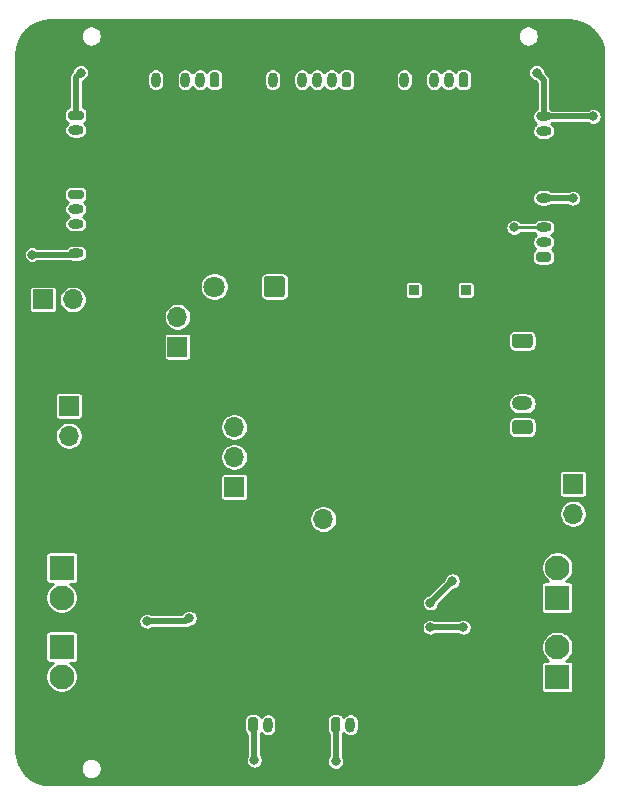
<source format=gbr>
%TF.GenerationSoftware,KiCad,Pcbnew,5.1.10*%
%TF.CreationDate,2021-06-15T07:02:33+02:00*%
%TF.ProjectId,nsumo,6e73756d-6f2e-46b6-9963-61645f706362,rev?*%
%TF.SameCoordinates,Original*%
%TF.FileFunction,Copper,L2,Bot*%
%TF.FilePolarity,Positive*%
%FSLAX46Y46*%
G04 Gerber Fmt 4.6, Leading zero omitted, Abs format (unit mm)*
G04 Created by KiCad (PCBNEW 5.1.10) date 2021-06-15 07:02:33*
%MOMM*%
%LPD*%
G01*
G04 APERTURE LIST*
%TA.AperFunction,ComponentPad*%
%ADD10O,0.800000X1.300000*%
%TD*%
%TA.AperFunction,ComponentPad*%
%ADD11O,1.300000X0.800000*%
%TD*%
%TA.AperFunction,ComponentPad*%
%ADD12C,2.100000*%
%TD*%
%TA.AperFunction,ComponentPad*%
%ADD13R,2.100000X2.100000*%
%TD*%
%TA.AperFunction,ComponentPad*%
%ADD14C,0.700000*%
%TD*%
%TA.AperFunction,ComponentPad*%
%ADD15C,4.400000*%
%TD*%
%TA.AperFunction,ComponentPad*%
%ADD16O,1.750000X1.200000*%
%TD*%
%TA.AperFunction,ComponentPad*%
%ADD17O,1.700000X1.700000*%
%TD*%
%TA.AperFunction,ComponentPad*%
%ADD18R,1.700000X1.700000*%
%TD*%
%TA.AperFunction,ComponentPad*%
%ADD19R,0.850000X0.850000*%
%TD*%
%TA.AperFunction,ComponentPad*%
%ADD20C,1.800000*%
%TD*%
%TA.AperFunction,ViaPad*%
%ADD21C,0.800000*%
%TD*%
%TA.AperFunction,Conductor*%
%ADD22C,0.508000*%
%TD*%
%TA.AperFunction,Conductor*%
%ADD23C,0.254000*%
%TD*%
%TA.AperFunction,Conductor*%
%ADD24C,0.100000*%
%TD*%
G04 APERTURE END LIST*
%TO.P,J22,1*%
%TO.N,+5V*%
%TA.AperFunction,ComponentPad*%
G36*
G01*
X54800000Y-140250000D02*
X54800000Y-139350000D01*
G75*
G02*
X55000000Y-139150000I200000J0D01*
G01*
X55400000Y-139150000D01*
G75*
G02*
X55600000Y-139350000I0J-200000D01*
G01*
X55600000Y-140250000D01*
G75*
G02*
X55400000Y-140450000I-200000J0D01*
G01*
X55000000Y-140450000D01*
G75*
G02*
X54800000Y-140250000I0J200000D01*
G01*
G37*
%TD.AperFunction*%
D10*
%TO.P,J22,2*%
%TO.N,LD_BACK_RIGHT*%
X56450000Y-139800000D03*
%TO.P,J22,3*%
%TO.N,GND*%
X57700000Y-139800000D03*
%TD*%
D11*
%TO.P,J21,3*%
%TO.N,+5V*%
X72800000Y-88300000D03*
%TO.P,J21,2*%
%TO.N,LD_FRONT_RIGHT*%
X72800000Y-89550000D03*
%TO.P,J21,1*%
%TO.N,GND*%
%TA.AperFunction,ComponentPad*%
G36*
G01*
X73250000Y-91200000D02*
X72350000Y-91200000D01*
G75*
G02*
X72150000Y-91000000I0J200000D01*
G01*
X72150000Y-90600000D01*
G75*
G02*
X72350000Y-90400000I200000J0D01*
G01*
X73250000Y-90400000D01*
G75*
G02*
X73450000Y-90600000I0J-200000D01*
G01*
X73450000Y-91000000D01*
G75*
G02*
X73250000Y-91200000I-200000J0D01*
G01*
G37*
%TD.AperFunction*%
%TD*%
D10*
%TO.P,J20,3*%
%TO.N,GND*%
X50700000Y-139800000D03*
%TO.P,J20,2*%
%TO.N,LD_BACK_LEFT*%
X49450000Y-139800000D03*
%TO.P,J20,1*%
%TO.N,+5V*%
%TA.AperFunction,ComponentPad*%
G36*
G01*
X47800000Y-140250000D02*
X47800000Y-139350000D01*
G75*
G02*
X48000000Y-139150000I200000J0D01*
G01*
X48400000Y-139150000D01*
G75*
G02*
X48600000Y-139350000I0J-200000D01*
G01*
X48600000Y-140250000D01*
G75*
G02*
X48400000Y-140450000I-200000J0D01*
G01*
X48000000Y-140450000D01*
G75*
G02*
X47800000Y-140250000I0J200000D01*
G01*
G37*
%TD.AperFunction*%
%TD*%
D11*
%TO.P,J19,3*%
%TO.N,GND*%
X33200000Y-90700000D03*
%TO.P,J19,2*%
%TO.N,LD_FRONT_LEFT*%
X33200000Y-89450000D03*
%TO.P,J19,1*%
%TO.N,+5V*%
%TA.AperFunction,ComponentPad*%
G36*
G01*
X32750000Y-87800000D02*
X33650000Y-87800000D01*
G75*
G02*
X33850000Y-88000000I0J-200000D01*
G01*
X33850000Y-88400000D01*
G75*
G02*
X33650000Y-88600000I-200000J0D01*
G01*
X32750000Y-88600000D01*
G75*
G02*
X32550000Y-88400000I0J200000D01*
G01*
X32550000Y-88000000D01*
G75*
G02*
X32750000Y-87800000I200000J0D01*
G01*
G37*
%TD.AperFunction*%
%TD*%
D12*
%TO.P,J18,2*%
%TO.N,Net-(J18-Pad2)*%
X32000000Y-135740000D03*
D13*
%TO.P,J18,1*%
%TO.N,Net-(J18-Pad1)*%
X32000000Y-133200000D03*
%TD*%
D12*
%TO.P,J17,2*%
%TO.N,Net-(J17-Pad2)*%
X32000000Y-129040000D03*
D13*
%TO.P,J17,1*%
%TO.N,Net-(J17-Pad1)*%
X32000000Y-126500000D03*
%TD*%
D12*
%TO.P,J15,2*%
%TO.N,Net-(J15-Pad2)*%
X73950000Y-133223000D03*
D13*
%TO.P,J15,1*%
%TO.N,Net-(J15-Pad1)*%
X73950000Y-135763000D03*
%TD*%
D12*
%TO.P,J14,2*%
%TO.N,Net-(J14-Pad2)*%
X73950000Y-126500000D03*
D13*
%TO.P,J14,1*%
%TO.N,Net-(J14-Pad1)*%
X73950000Y-129040000D03*
%TD*%
D11*
%TO.P,J1,5*%
%TO.N,+3V3*%
X33200000Y-99900000D03*
%TO.P,J1,4*%
%TO.N,GND*%
X33200000Y-98650000D03*
%TO.P,J1,3*%
%TO.N,SCL*%
X33200000Y-97400000D03*
%TO.P,J1,2*%
%TO.N,SDA*%
X33200000Y-96150000D03*
%TO.P,J1,1*%
%TO.N,xshut_left*%
%TA.AperFunction,ComponentPad*%
G36*
G01*
X32750000Y-94500000D02*
X33650000Y-94500000D01*
G75*
G02*
X33850000Y-94700000I0J-200000D01*
G01*
X33850000Y-95100000D01*
G75*
G02*
X33650000Y-95300000I-200000J0D01*
G01*
X32750000Y-95300000D01*
G75*
G02*
X32550000Y-95100000I0J200000D01*
G01*
X32550000Y-94700000D01*
G75*
G02*
X32750000Y-94500000I200000J0D01*
G01*
G37*
%TD.AperFunction*%
%TD*%
D10*
%TO.P,J4,5*%
%TO.N,+3V3*%
X39950000Y-85200000D03*
%TO.P,J4,4*%
%TO.N,GND*%
X41200000Y-85200000D03*
%TO.P,J4,3*%
%TO.N,SCL*%
X42450000Y-85200000D03*
%TO.P,J4,2*%
%TO.N,SDA*%
X43700000Y-85200000D03*
%TO.P,J4,1*%
%TO.N,xshut_front_left*%
%TA.AperFunction,ComponentPad*%
G36*
G01*
X45350000Y-84750000D02*
X45350000Y-85650000D01*
G75*
G02*
X45150000Y-85850000I-200000J0D01*
G01*
X44750000Y-85850000D01*
G75*
G02*
X44550000Y-85650000I0J200000D01*
G01*
X44550000Y-84750000D01*
G75*
G02*
X44750000Y-84550000I200000J0D01*
G01*
X45150000Y-84550000D01*
G75*
G02*
X45350000Y-84750000I0J-200000D01*
G01*
G37*
%TD.AperFunction*%
%TD*%
%TO.P,J2,6*%
%TO.N,+3V3*%
X49850000Y-85200000D03*
%TO.P,J2,5*%
%TO.N,GND*%
X51100000Y-85200000D03*
%TO.P,J2,4*%
%TO.N,SCL*%
X52350000Y-85200000D03*
%TO.P,J2,3*%
%TO.N,SDA*%
X53600000Y-85200000D03*
%TO.P,J2,2*%
%TO.N,xshut_front*%
X54850000Y-85200000D03*
%TO.P,J2,1*%
%TO.N,RS_FRONT_INT*%
%TA.AperFunction,ComponentPad*%
G36*
G01*
X56500000Y-84750000D02*
X56500000Y-85650000D01*
G75*
G02*
X56300000Y-85850000I-200000J0D01*
G01*
X55900000Y-85850000D01*
G75*
G02*
X55700000Y-85650000I0J200000D01*
G01*
X55700000Y-84750000D01*
G75*
G02*
X55900000Y-84550000I200000J0D01*
G01*
X56300000Y-84550000D01*
G75*
G02*
X56500000Y-84750000I0J-200000D01*
G01*
G37*
%TD.AperFunction*%
%TD*%
D14*
%TO.P,H4,1*%
%TO.N,GND*%
X32166726Y-81833274D03*
X31000000Y-81350000D03*
X29833274Y-81833274D03*
X29350000Y-83000000D03*
X29833274Y-84166726D03*
X31000000Y-84650000D03*
X32166726Y-84166726D03*
X32650000Y-83000000D03*
D15*
X31000000Y-83000000D03*
%TD*%
D14*
%TO.P,H3,1*%
%TO.N,GND*%
X76166726Y-81833274D03*
X75000000Y-81350000D03*
X73833274Y-81833274D03*
X73350000Y-83000000D03*
X73833274Y-84166726D03*
X75000000Y-84650000D03*
X76166726Y-84166726D03*
X76650000Y-83000000D03*
D15*
X75000000Y-83000000D03*
%TD*%
D14*
%TO.P,H2,1*%
%TO.N,GND*%
X32166726Y-140833274D03*
X31000000Y-140350000D03*
X29833274Y-140833274D03*
X29350000Y-142000000D03*
X29833274Y-143166726D03*
X31000000Y-143650000D03*
X32166726Y-143166726D03*
X32650000Y-142000000D03*
D15*
X31000000Y-142000000D03*
%TD*%
D14*
%TO.P,H1,1*%
%TO.N,GND*%
X76166726Y-140833274D03*
X75000000Y-140350000D03*
X73833274Y-140833274D03*
X73350000Y-142000000D03*
X73833274Y-143166726D03*
X75000000Y-143650000D03*
X76166726Y-143166726D03*
X76650000Y-142000000D03*
D15*
X75000000Y-142000000D03*
%TD*%
D16*
%TO.P,J5,2*%
%TO.N,GND*%
X71000000Y-105300000D03*
%TO.P,J5,1*%
%TO.N,Net-(J3-Pad2)*%
%TA.AperFunction,ComponentPad*%
G36*
G01*
X71625001Y-107900000D02*
X70374999Y-107900000D01*
G75*
G02*
X70125000Y-107650001I0J249999D01*
G01*
X70125000Y-106949999D01*
G75*
G02*
X70374999Y-106700000I249999J0D01*
G01*
X71625001Y-106700000D01*
G75*
G02*
X71875000Y-106949999I0J-249999D01*
G01*
X71875000Y-107650001D01*
G75*
G02*
X71625001Y-107900000I-249999J0D01*
G01*
G37*
%TD.AperFunction*%
%TD*%
%TO.P,J3,2*%
%TO.N,Net-(J3-Pad2)*%
X71000000Y-112600000D03*
%TO.P,J3,1*%
%TO.N,Net-(J3-Pad1)*%
%TA.AperFunction,ComponentPad*%
G36*
G01*
X71625001Y-115200000D02*
X70374999Y-115200000D01*
G75*
G02*
X70125000Y-114950001I0J249999D01*
G01*
X70125000Y-114249999D01*
G75*
G02*
X70374999Y-114000000I249999J0D01*
G01*
X71625001Y-114000000D01*
G75*
G02*
X71875000Y-114249999I0J-249999D01*
G01*
X71875000Y-114950001D01*
G75*
G02*
X71625001Y-115200000I-249999J0D01*
G01*
G37*
%TD.AperFunction*%
%TD*%
D11*
%TO.P,J9,5*%
%TO.N,+3V3*%
X72800000Y-95200000D03*
%TO.P,J9,4*%
%TO.N,GND*%
X72800000Y-96450000D03*
%TO.P,J9,3*%
%TO.N,xshut_right*%
X72800000Y-97700000D03*
%TO.P,J9,2*%
%TO.N,SDA*%
X72800000Y-98950000D03*
%TO.P,J9,1*%
%TO.N,SCL*%
%TA.AperFunction,ComponentPad*%
G36*
G01*
X73250000Y-100600000D02*
X72350000Y-100600000D01*
G75*
G02*
X72150000Y-100400000I0J200000D01*
G01*
X72150000Y-100000000D01*
G75*
G02*
X72350000Y-99800000I200000J0D01*
G01*
X73250000Y-99800000D01*
G75*
G02*
X73450000Y-100000000I0J-200000D01*
G01*
X73450000Y-100400000D01*
G75*
G02*
X73250000Y-100600000I-200000J0D01*
G01*
G37*
%TD.AperFunction*%
%TD*%
D10*
%TO.P,J7,5*%
%TO.N,+3V3*%
X61000000Y-85200000D03*
%TO.P,J7,4*%
%TO.N,GND*%
X62250000Y-85200000D03*
%TO.P,J7,3*%
%TO.N,SCL*%
X63500000Y-85200000D03*
%TO.P,J7,2*%
%TO.N,SDA*%
X64750000Y-85200000D03*
%TO.P,J7,1*%
%TO.N,xshut_front_right*%
%TA.AperFunction,ComponentPad*%
G36*
G01*
X66400000Y-84750000D02*
X66400000Y-85650000D01*
G75*
G02*
X66200000Y-85850000I-200000J0D01*
G01*
X65800000Y-85850000D01*
G75*
G02*
X65600000Y-85650000I0J200000D01*
G01*
X65600000Y-84750000D01*
G75*
G02*
X65800000Y-84550000I200000J0D01*
G01*
X66200000Y-84550000D01*
G75*
G02*
X66400000Y-84750000I0J-200000D01*
G01*
G37*
%TD.AperFunction*%
%TD*%
D17*
%TO.P,J6,2*%
%TO.N,SDA*%
X32940000Y-103800000D03*
D18*
%TO.P,J6,1*%
%TO.N,SCL*%
X30400000Y-103800000D03*
%TD*%
D17*
%TO.P,J12,2*%
%TO.N,P26UNUSED*%
X54140000Y-122400000D03*
D18*
%TO.P,J12,1*%
%TO.N,GND*%
X51600000Y-122400000D03*
%TD*%
D17*
%TO.P,J11,3*%
%TO.N,+3V3*%
X46600000Y-114600000D03*
%TO.P,J11,2*%
%TO.N,RST*%
X46600000Y-117140000D03*
D18*
%TO.P,J11,1*%
%TO.N,SBWTCK*%
X46600000Y-119680000D03*
%TD*%
D17*
%TO.P,J8,2*%
%TO.N,P13UNUSED*%
X32600000Y-115340000D03*
D18*
%TO.P,J8,1*%
%TO.N,P14UNUSED*%
X32600000Y-112800000D03*
%TD*%
D17*
%TO.P,J10,2*%
%TO.N,Net-(J10-Pad2)*%
X41800000Y-105260000D03*
D18*
%TO.P,J10,1*%
%TO.N,Net-(J10-Pad1)*%
X41800000Y-107800000D03*
%TD*%
D17*
%TO.P,SW2,2*%
%TO.N,Net-(SW2-Pad2)*%
X75300000Y-121940000D03*
D18*
%TO.P,SW2,1*%
%TO.N,Net-(J3-Pad1)*%
X75300000Y-119400000D03*
%TD*%
D19*
%TO.P,TP2,1*%
%TO.N,+5V*%
X66200000Y-103000000D03*
%TD*%
%TO.P,TP1,1*%
%TO.N,+3V3*%
X61800000Y-103000000D03*
%TD*%
D20*
%TO.P,U1,3*%
%TO.N,Net-(C7-Pad1)*%
X44920000Y-102700000D03*
%TO.P,U1,2*%
%TO.N,GND*%
X47460000Y-102700000D03*
%TO.P,U1,1*%
%TO.N,Net-(D5-Pad2)*%
%TA.AperFunction,ComponentPad*%
G36*
G01*
X50900000Y-102050200D02*
X50900000Y-103349800D01*
G75*
G02*
X50649800Y-103600000I-250200J0D01*
G01*
X49350200Y-103600000D01*
G75*
G02*
X49100000Y-103349800I0J250200D01*
G01*
X49100000Y-102050200D01*
G75*
G02*
X49350200Y-101800000I250200J0D01*
G01*
X50649800Y-101800000D01*
G75*
G02*
X50900000Y-102050200I0J-250200D01*
G01*
G37*
%TD.AperFunction*%
%TD*%
D21*
%TO.N,GND*%
X57900000Y-130050000D03*
X47950000Y-135100000D03*
X66900000Y-111000000D03*
X60161000Y-113935000D03*
X62741000Y-113996000D03*
X44750000Y-119500000D03*
X62800000Y-115600000D03*
X62800000Y-124150000D03*
X61800000Y-124150000D03*
X48050000Y-131700000D03*
X47950000Y-134100000D03*
X45700000Y-109500000D03*
X44200000Y-109500000D03*
X61100000Y-102000000D03*
X48200000Y-107800000D03*
X56400000Y-111000000D03*
X53850000Y-114450000D03*
X57700000Y-128350000D03*
X57700000Y-127100000D03*
X56500000Y-122700000D03*
X68900000Y-113300000D03*
X35650000Y-132700000D03*
X35650000Y-133731000D03*
X38800000Y-128700000D03*
X70200000Y-132588000D03*
X70200000Y-133550000D03*
X67100000Y-129500000D03*
X70250000Y-128700000D03*
X68500000Y-101200000D03*
X53100000Y-105800000D03*
X51900000Y-105800000D03*
X51900000Y-104700000D03*
X41650000Y-135900000D03*
X41600000Y-136900000D03*
X57600000Y-118200000D03*
X49600000Y-118200000D03*
X38800000Y-129600000D03*
X53100000Y-104700000D03*
X49900000Y-108300000D03*
X69000000Y-123500000D03*
X67900000Y-124700000D03*
X69000000Y-124700000D03*
%TO.N,+5V*%
X48300000Y-142800000D03*
X55200000Y-142900000D03*
X77000000Y-88300000D03*
X72200000Y-84600000D03*
X33600000Y-84600000D03*
%TO.N,+3V3*%
X39224000Y-131032000D03*
X42780000Y-130778000D03*
X63190000Y-131544000D03*
X65984000Y-131544000D03*
X65063870Y-127638130D03*
X63200000Y-129488000D03*
X75279000Y-95221000D03*
X29500000Y-100000000D03*
%TO.N,xshut_right*%
X70300000Y-97700000D03*
%TD*%
D22*
%TO.N,+5V*%
X48300000Y-139900000D02*
X48200000Y-139800000D01*
X48300000Y-142800000D02*
X48300000Y-139900000D01*
X55200000Y-142900000D02*
X55200000Y-139800000D01*
X72800000Y-88300000D02*
X72800000Y-85600000D01*
X72800000Y-85200000D02*
X72800000Y-85600000D01*
X72200000Y-84600000D02*
X72800000Y-85200000D01*
X33200001Y-84999999D02*
X33600000Y-84600000D01*
X33200000Y-88200000D02*
X33200001Y-84999999D01*
X72800000Y-88300000D02*
X77000000Y-88300000D01*
%TO.N,+3V3*%
X63190000Y-131544000D02*
X65984000Y-131544000D01*
X63264933Y-129437067D02*
X63264933Y-129488000D01*
X65063870Y-127638130D02*
X63264933Y-129437067D01*
X75258000Y-95200000D02*
X75279000Y-95221000D01*
X72800000Y-95200000D02*
X75258000Y-95200000D01*
X33200000Y-100000000D02*
X29500000Y-100000000D01*
X42526000Y-131032000D02*
X42780000Y-130778000D01*
X39224000Y-131032000D02*
X42526000Y-131032000D01*
D23*
%TO.N,xshut_right*%
X72800000Y-97700000D02*
X70300000Y-97700000D01*
%TD*%
%TO.N,GND*%
X75553038Y-80206956D02*
X76085012Y-80367568D01*
X76575652Y-80628444D01*
X77006286Y-80979661D01*
X77360494Y-81407826D01*
X77624795Y-81896641D01*
X77789117Y-82427477D01*
X77847955Y-82987283D01*
X77848001Y-83000530D01*
X77848000Y-141992562D01*
X77793044Y-142553038D01*
X77632432Y-143085012D01*
X77371552Y-143575657D01*
X77020336Y-144006288D01*
X76592177Y-144360493D01*
X76103358Y-144624796D01*
X75572523Y-144789117D01*
X75012717Y-144847955D01*
X74999757Y-144848000D01*
X31007438Y-144848000D01*
X30446962Y-144793044D01*
X29914988Y-144632432D01*
X29424343Y-144371552D01*
X28993712Y-144020336D01*
X28639507Y-143592177D01*
X28541579Y-143411062D01*
X33597000Y-143411062D01*
X33597000Y-143588938D01*
X33631702Y-143763395D01*
X33699772Y-143927731D01*
X33798594Y-144075629D01*
X33924371Y-144201406D01*
X34072269Y-144300228D01*
X34236605Y-144368298D01*
X34411062Y-144403000D01*
X34588938Y-144403000D01*
X34763395Y-144368298D01*
X34927731Y-144300228D01*
X35075629Y-144201406D01*
X35201406Y-144075629D01*
X35300228Y-143927731D01*
X35368298Y-143763395D01*
X35403000Y-143588938D01*
X35403000Y-143411062D01*
X35368298Y-143236605D01*
X35300228Y-143072269D01*
X35201406Y-142924371D01*
X35075629Y-142798594D01*
X34927731Y-142699772D01*
X34763395Y-142631702D01*
X34588938Y-142597000D01*
X34411062Y-142597000D01*
X34236605Y-142631702D01*
X34072269Y-142699772D01*
X33924371Y-142798594D01*
X33798594Y-142924371D01*
X33699772Y-143072269D01*
X33631702Y-143236605D01*
X33597000Y-143411062D01*
X28541579Y-143411062D01*
X28375204Y-143103358D01*
X28210883Y-142572523D01*
X28152045Y-142012717D01*
X28152000Y-141999757D01*
X28152000Y-139350000D01*
X47471418Y-139350000D01*
X47471418Y-140250000D01*
X47481575Y-140353121D01*
X47511654Y-140452280D01*
X47560500Y-140543664D01*
X47626236Y-140623764D01*
X47706336Y-140689500D01*
X47719001Y-140696269D01*
X47719000Y-142360962D01*
X47655741Y-142455636D01*
X47600938Y-142587942D01*
X47573000Y-142728397D01*
X47573000Y-142871603D01*
X47600938Y-143012058D01*
X47655741Y-143144364D01*
X47735302Y-143263436D01*
X47836564Y-143364698D01*
X47955636Y-143444259D01*
X48087942Y-143499062D01*
X48228397Y-143527000D01*
X48371603Y-143527000D01*
X48512058Y-143499062D01*
X48644364Y-143444259D01*
X48763436Y-143364698D01*
X48864698Y-143263436D01*
X48944259Y-143144364D01*
X48999062Y-143012058D01*
X49027000Y-142871603D01*
X49027000Y-142728397D01*
X48999062Y-142587942D01*
X48944259Y-142455636D01*
X48881000Y-142360962D01*
X48881000Y-140502647D01*
X48933447Y-140566554D01*
X49044148Y-140657403D01*
X49170444Y-140724910D01*
X49307484Y-140766480D01*
X49450000Y-140780517D01*
X49592517Y-140766480D01*
X49729557Y-140724910D01*
X49855853Y-140657403D01*
X49966554Y-140566554D01*
X50057403Y-140455853D01*
X50124910Y-140329557D01*
X50166480Y-140192517D01*
X50177000Y-140085708D01*
X50177000Y-139514292D01*
X50166480Y-139407483D01*
X50149043Y-139350000D01*
X54471418Y-139350000D01*
X54471418Y-140250000D01*
X54481575Y-140353121D01*
X54511654Y-140452280D01*
X54560500Y-140543664D01*
X54619001Y-140614948D01*
X54619000Y-142460962D01*
X54555741Y-142555636D01*
X54500938Y-142687942D01*
X54473000Y-142828397D01*
X54473000Y-142971603D01*
X54500938Y-143112058D01*
X54555741Y-143244364D01*
X54635302Y-143363436D01*
X54736564Y-143464698D01*
X54855636Y-143544259D01*
X54987942Y-143599062D01*
X55128397Y-143627000D01*
X55271603Y-143627000D01*
X55412058Y-143599062D01*
X55544364Y-143544259D01*
X55663436Y-143464698D01*
X55764698Y-143363436D01*
X55844259Y-143244364D01*
X55899062Y-143112058D01*
X55927000Y-142971603D01*
X55927000Y-142828397D01*
X55899062Y-142687942D01*
X55844259Y-142555636D01*
X55781000Y-142460962D01*
X55781000Y-140614947D01*
X55839500Y-140543664D01*
X55869145Y-140488202D01*
X55933447Y-140566554D01*
X56044148Y-140657403D01*
X56170444Y-140724910D01*
X56307484Y-140766480D01*
X56450000Y-140780517D01*
X56592517Y-140766480D01*
X56729557Y-140724910D01*
X56855853Y-140657403D01*
X56966554Y-140566554D01*
X57057403Y-140455853D01*
X57124910Y-140329557D01*
X57166480Y-140192517D01*
X57177000Y-140085708D01*
X57177000Y-139514292D01*
X57166480Y-139407483D01*
X57124910Y-139270443D01*
X57057403Y-139144147D01*
X56966553Y-139033446D01*
X56855852Y-138942597D01*
X56729556Y-138875090D01*
X56592516Y-138833520D01*
X56450000Y-138819483D01*
X56307483Y-138833520D01*
X56170443Y-138875090D01*
X56044147Y-138942597D01*
X55933446Y-139033447D01*
X55869145Y-139111798D01*
X55839500Y-139056336D01*
X55773764Y-138976236D01*
X55693664Y-138910500D01*
X55602280Y-138861654D01*
X55503121Y-138831575D01*
X55400000Y-138821418D01*
X55000000Y-138821418D01*
X54896879Y-138831575D01*
X54797720Y-138861654D01*
X54706336Y-138910500D01*
X54626236Y-138976236D01*
X54560500Y-139056336D01*
X54511654Y-139147720D01*
X54481575Y-139246879D01*
X54471418Y-139350000D01*
X50149043Y-139350000D01*
X50124910Y-139270443D01*
X50057403Y-139144147D01*
X49966553Y-139033446D01*
X49855852Y-138942597D01*
X49729556Y-138875090D01*
X49592516Y-138833520D01*
X49450000Y-138819483D01*
X49307483Y-138833520D01*
X49170443Y-138875090D01*
X49044147Y-138942597D01*
X48933446Y-139033447D01*
X48869145Y-139111798D01*
X48839500Y-139056336D01*
X48773764Y-138976236D01*
X48693664Y-138910500D01*
X48602280Y-138861654D01*
X48503121Y-138831575D01*
X48400000Y-138821418D01*
X48000000Y-138821418D01*
X47896879Y-138831575D01*
X47797720Y-138861654D01*
X47706336Y-138910500D01*
X47626236Y-138976236D01*
X47560500Y-139056336D01*
X47511654Y-139147720D01*
X47481575Y-139246879D01*
X47471418Y-139350000D01*
X28152000Y-139350000D01*
X28152000Y-132150000D01*
X30621418Y-132150000D01*
X30621418Y-134250000D01*
X30627732Y-134314103D01*
X30646430Y-134375743D01*
X30676794Y-134432550D01*
X30717657Y-134482343D01*
X30767450Y-134523206D01*
X30824257Y-134553570D01*
X30885897Y-134572268D01*
X30950000Y-134578582D01*
X31259650Y-134578582D01*
X31122213Y-134670414D01*
X30930414Y-134862213D01*
X30779718Y-135087746D01*
X30675917Y-135338344D01*
X30623000Y-135604377D01*
X30623000Y-135875623D01*
X30675917Y-136141656D01*
X30779718Y-136392254D01*
X30930414Y-136617787D01*
X31122213Y-136809586D01*
X31347746Y-136960282D01*
X31598344Y-137064083D01*
X31864377Y-137117000D01*
X32135623Y-137117000D01*
X32401656Y-137064083D01*
X32652254Y-136960282D01*
X32877787Y-136809586D01*
X33069586Y-136617787D01*
X33220282Y-136392254D01*
X33324083Y-136141656D01*
X33377000Y-135875623D01*
X33377000Y-135604377D01*
X33324083Y-135338344D01*
X33220282Y-135087746D01*
X33069586Y-134862213D01*
X32920373Y-134713000D01*
X72571418Y-134713000D01*
X72571418Y-136813000D01*
X72577732Y-136877103D01*
X72596430Y-136938743D01*
X72626794Y-136995550D01*
X72667657Y-137045343D01*
X72717450Y-137086206D01*
X72774257Y-137116570D01*
X72835897Y-137135268D01*
X72900000Y-137141582D01*
X75000000Y-137141582D01*
X75064103Y-137135268D01*
X75125743Y-137116570D01*
X75182550Y-137086206D01*
X75232343Y-137045343D01*
X75273206Y-136995550D01*
X75303570Y-136938743D01*
X75322268Y-136877103D01*
X75328582Y-136813000D01*
X75328582Y-134713000D01*
X75322268Y-134648897D01*
X75303570Y-134587257D01*
X75273206Y-134530450D01*
X75232343Y-134480657D01*
X75182550Y-134439794D01*
X75125743Y-134409430D01*
X75064103Y-134390732D01*
X75000000Y-134384418D01*
X74690350Y-134384418D01*
X74827787Y-134292586D01*
X75019586Y-134100787D01*
X75170282Y-133875254D01*
X75274083Y-133624656D01*
X75327000Y-133358623D01*
X75327000Y-133087377D01*
X75274083Y-132821344D01*
X75170282Y-132570746D01*
X75019586Y-132345213D01*
X74827787Y-132153414D01*
X74602254Y-132002718D01*
X74351656Y-131898917D01*
X74085623Y-131846000D01*
X73814377Y-131846000D01*
X73548344Y-131898917D01*
X73297746Y-132002718D01*
X73072213Y-132153414D01*
X72880414Y-132345213D01*
X72729718Y-132570746D01*
X72625917Y-132821344D01*
X72573000Y-133087377D01*
X72573000Y-133358623D01*
X72625917Y-133624656D01*
X72729718Y-133875254D01*
X72880414Y-134100787D01*
X73072213Y-134292586D01*
X73209650Y-134384418D01*
X72900000Y-134384418D01*
X72835897Y-134390732D01*
X72774257Y-134409430D01*
X72717450Y-134439794D01*
X72667657Y-134480657D01*
X72626794Y-134530450D01*
X72596430Y-134587257D01*
X72577732Y-134648897D01*
X72571418Y-134713000D01*
X32920373Y-134713000D01*
X32877787Y-134670414D01*
X32740350Y-134578582D01*
X33050000Y-134578582D01*
X33114103Y-134572268D01*
X33175743Y-134553570D01*
X33232550Y-134523206D01*
X33282343Y-134482343D01*
X33323206Y-134432550D01*
X33353570Y-134375743D01*
X33372268Y-134314103D01*
X33378582Y-134250000D01*
X33378582Y-132150000D01*
X33372268Y-132085897D01*
X33353570Y-132024257D01*
X33323206Y-131967450D01*
X33282343Y-131917657D01*
X33232550Y-131876794D01*
X33175743Y-131846430D01*
X33114103Y-131827732D01*
X33050000Y-131821418D01*
X30950000Y-131821418D01*
X30885897Y-131827732D01*
X30824257Y-131846430D01*
X30767450Y-131876794D01*
X30717657Y-131917657D01*
X30676794Y-131967450D01*
X30646430Y-132024257D01*
X30627732Y-132085897D01*
X30621418Y-132150000D01*
X28152000Y-132150000D01*
X28152000Y-130960397D01*
X38497000Y-130960397D01*
X38497000Y-131103603D01*
X38524938Y-131244058D01*
X38579741Y-131376364D01*
X38659302Y-131495436D01*
X38760564Y-131596698D01*
X38879636Y-131676259D01*
X39011942Y-131731062D01*
X39152397Y-131759000D01*
X39295603Y-131759000D01*
X39436058Y-131731062D01*
X39568364Y-131676259D01*
X39663038Y-131613000D01*
X42497460Y-131613000D01*
X42526000Y-131615811D01*
X42554540Y-131613000D01*
X42639896Y-131604593D01*
X42749415Y-131571371D01*
X42850348Y-131517421D01*
X42869924Y-131501356D01*
X42992058Y-131477062D01*
X43003320Y-131472397D01*
X62463000Y-131472397D01*
X62463000Y-131615603D01*
X62490938Y-131756058D01*
X62545741Y-131888364D01*
X62625302Y-132007436D01*
X62726564Y-132108698D01*
X62845636Y-132188259D01*
X62977942Y-132243062D01*
X63118397Y-132271000D01*
X63261603Y-132271000D01*
X63402058Y-132243062D01*
X63534364Y-132188259D01*
X63629038Y-132125000D01*
X65544962Y-132125000D01*
X65639636Y-132188259D01*
X65771942Y-132243062D01*
X65912397Y-132271000D01*
X66055603Y-132271000D01*
X66196058Y-132243062D01*
X66328364Y-132188259D01*
X66447436Y-132108698D01*
X66548698Y-132007436D01*
X66628259Y-131888364D01*
X66683062Y-131756058D01*
X66711000Y-131615603D01*
X66711000Y-131472397D01*
X66683062Y-131331942D01*
X66628259Y-131199636D01*
X66548698Y-131080564D01*
X66447436Y-130979302D01*
X66328364Y-130899741D01*
X66196058Y-130844938D01*
X66055603Y-130817000D01*
X65912397Y-130817000D01*
X65771942Y-130844938D01*
X65639636Y-130899741D01*
X65544962Y-130963000D01*
X63629038Y-130963000D01*
X63534364Y-130899741D01*
X63402058Y-130844938D01*
X63261603Y-130817000D01*
X63118397Y-130817000D01*
X62977942Y-130844938D01*
X62845636Y-130899741D01*
X62726564Y-130979302D01*
X62625302Y-131080564D01*
X62545741Y-131199636D01*
X62490938Y-131331942D01*
X62463000Y-131472397D01*
X43003320Y-131472397D01*
X43124364Y-131422259D01*
X43243436Y-131342698D01*
X43344698Y-131241436D01*
X43424259Y-131122364D01*
X43479062Y-130990058D01*
X43507000Y-130849603D01*
X43507000Y-130706397D01*
X43479062Y-130565942D01*
X43424259Y-130433636D01*
X43344698Y-130314564D01*
X43243436Y-130213302D01*
X43124364Y-130133741D01*
X42992058Y-130078938D01*
X42851603Y-130051000D01*
X42708397Y-130051000D01*
X42567942Y-130078938D01*
X42435636Y-130133741D01*
X42316564Y-130213302D01*
X42215302Y-130314564D01*
X42135741Y-130433636D01*
X42128549Y-130451000D01*
X39663038Y-130451000D01*
X39568364Y-130387741D01*
X39436058Y-130332938D01*
X39295603Y-130305000D01*
X39152397Y-130305000D01*
X39011942Y-130332938D01*
X38879636Y-130387741D01*
X38760564Y-130467302D01*
X38659302Y-130568564D01*
X38579741Y-130687636D01*
X38524938Y-130819942D01*
X38497000Y-130960397D01*
X28152000Y-130960397D01*
X28152000Y-125450000D01*
X30621418Y-125450000D01*
X30621418Y-127550000D01*
X30627732Y-127614103D01*
X30646430Y-127675743D01*
X30676794Y-127732550D01*
X30717657Y-127782343D01*
X30767450Y-127823206D01*
X30824257Y-127853570D01*
X30885897Y-127872268D01*
X30950000Y-127878582D01*
X31259650Y-127878582D01*
X31122213Y-127970414D01*
X30930414Y-128162213D01*
X30779718Y-128387746D01*
X30675917Y-128638344D01*
X30623000Y-128904377D01*
X30623000Y-129175623D01*
X30675917Y-129441656D01*
X30779718Y-129692254D01*
X30930414Y-129917787D01*
X31122213Y-130109586D01*
X31347746Y-130260282D01*
X31598344Y-130364083D01*
X31864377Y-130417000D01*
X32135623Y-130417000D01*
X32401656Y-130364083D01*
X32652254Y-130260282D01*
X32877787Y-130109586D01*
X33069586Y-129917787D01*
X33220282Y-129692254D01*
X33324083Y-129441656D01*
X33329107Y-129416397D01*
X62473000Y-129416397D01*
X62473000Y-129559603D01*
X62500938Y-129700058D01*
X62555741Y-129832364D01*
X62635302Y-129951436D01*
X62736564Y-130052698D01*
X62855636Y-130132259D01*
X62987942Y-130187062D01*
X63128397Y-130215000D01*
X63271603Y-130215000D01*
X63412058Y-130187062D01*
X63544364Y-130132259D01*
X63663436Y-130052698D01*
X63764698Y-129951436D01*
X63844259Y-129832364D01*
X63899062Y-129700058D01*
X63917799Y-129605858D01*
X65164252Y-128359405D01*
X65275928Y-128337192D01*
X65408234Y-128282389D01*
X65527306Y-128202828D01*
X65628568Y-128101566D01*
X65703113Y-127990000D01*
X72571418Y-127990000D01*
X72571418Y-130090000D01*
X72577732Y-130154103D01*
X72596430Y-130215743D01*
X72626794Y-130272550D01*
X72667657Y-130322343D01*
X72717450Y-130363206D01*
X72774257Y-130393570D01*
X72835897Y-130412268D01*
X72900000Y-130418582D01*
X75000000Y-130418582D01*
X75064103Y-130412268D01*
X75125743Y-130393570D01*
X75182550Y-130363206D01*
X75232343Y-130322343D01*
X75273206Y-130272550D01*
X75303570Y-130215743D01*
X75322268Y-130154103D01*
X75328582Y-130090000D01*
X75328582Y-127990000D01*
X75322268Y-127925897D01*
X75303570Y-127864257D01*
X75273206Y-127807450D01*
X75232343Y-127757657D01*
X75182550Y-127716794D01*
X75125743Y-127686430D01*
X75064103Y-127667732D01*
X75000000Y-127661418D01*
X74690350Y-127661418D01*
X74827787Y-127569586D01*
X75019586Y-127377787D01*
X75170282Y-127152254D01*
X75274083Y-126901656D01*
X75327000Y-126635623D01*
X75327000Y-126364377D01*
X75274083Y-126098344D01*
X75170282Y-125847746D01*
X75019586Y-125622213D01*
X74827787Y-125430414D01*
X74602254Y-125279718D01*
X74351656Y-125175917D01*
X74085623Y-125123000D01*
X73814377Y-125123000D01*
X73548344Y-125175917D01*
X73297746Y-125279718D01*
X73072213Y-125430414D01*
X72880414Y-125622213D01*
X72729718Y-125847746D01*
X72625917Y-126098344D01*
X72573000Y-126364377D01*
X72573000Y-126635623D01*
X72625917Y-126901656D01*
X72729718Y-127152254D01*
X72880414Y-127377787D01*
X73072213Y-127569586D01*
X73209650Y-127661418D01*
X72900000Y-127661418D01*
X72835897Y-127667732D01*
X72774257Y-127686430D01*
X72717450Y-127716794D01*
X72667657Y-127757657D01*
X72626794Y-127807450D01*
X72596430Y-127864257D01*
X72577732Y-127925897D01*
X72571418Y-127990000D01*
X65703113Y-127990000D01*
X65708129Y-127982494D01*
X65762932Y-127850188D01*
X65790870Y-127709733D01*
X65790870Y-127566527D01*
X65762932Y-127426072D01*
X65708129Y-127293766D01*
X65628568Y-127174694D01*
X65527306Y-127073432D01*
X65408234Y-126993871D01*
X65275928Y-126939068D01*
X65135473Y-126911130D01*
X64992267Y-126911130D01*
X64851812Y-126939068D01*
X64719506Y-126993871D01*
X64600434Y-127073432D01*
X64499172Y-127174694D01*
X64419611Y-127293766D01*
X64364808Y-127426072D01*
X64342595Y-127537748D01*
X63117095Y-128763248D01*
X62987942Y-128788938D01*
X62855636Y-128843741D01*
X62736564Y-128923302D01*
X62635302Y-129024564D01*
X62555741Y-129143636D01*
X62500938Y-129275942D01*
X62473000Y-129416397D01*
X33329107Y-129416397D01*
X33377000Y-129175623D01*
X33377000Y-128904377D01*
X33324083Y-128638344D01*
X33220282Y-128387746D01*
X33069586Y-128162213D01*
X32877787Y-127970414D01*
X32740350Y-127878582D01*
X33050000Y-127878582D01*
X33114103Y-127872268D01*
X33175743Y-127853570D01*
X33232550Y-127823206D01*
X33282343Y-127782343D01*
X33323206Y-127732550D01*
X33353570Y-127675743D01*
X33372268Y-127614103D01*
X33378582Y-127550000D01*
X33378582Y-125450000D01*
X33372268Y-125385897D01*
X33353570Y-125324257D01*
X33323206Y-125267450D01*
X33282343Y-125217657D01*
X33232550Y-125176794D01*
X33175743Y-125146430D01*
X33114103Y-125127732D01*
X33050000Y-125121418D01*
X30950000Y-125121418D01*
X30885897Y-125127732D01*
X30824257Y-125146430D01*
X30767450Y-125176794D01*
X30717657Y-125217657D01*
X30676794Y-125267450D01*
X30646430Y-125324257D01*
X30627732Y-125385897D01*
X30621418Y-125450000D01*
X28152000Y-125450000D01*
X28152000Y-122284076D01*
X52963000Y-122284076D01*
X52963000Y-122515924D01*
X53008231Y-122743318D01*
X53096956Y-122957519D01*
X53225764Y-123150294D01*
X53389706Y-123314236D01*
X53582481Y-123443044D01*
X53796682Y-123531769D01*
X54024076Y-123577000D01*
X54255924Y-123577000D01*
X54483318Y-123531769D01*
X54697519Y-123443044D01*
X54890294Y-123314236D01*
X55054236Y-123150294D01*
X55183044Y-122957519D01*
X55271769Y-122743318D01*
X55317000Y-122515924D01*
X55317000Y-122284076D01*
X55271769Y-122056682D01*
X55183044Y-121842481D01*
X55170747Y-121824076D01*
X74123000Y-121824076D01*
X74123000Y-122055924D01*
X74168231Y-122283318D01*
X74256956Y-122497519D01*
X74385764Y-122690294D01*
X74549706Y-122854236D01*
X74742481Y-122983044D01*
X74956682Y-123071769D01*
X75184076Y-123117000D01*
X75415924Y-123117000D01*
X75643318Y-123071769D01*
X75857519Y-122983044D01*
X76050294Y-122854236D01*
X76214236Y-122690294D01*
X76343044Y-122497519D01*
X76431769Y-122283318D01*
X76477000Y-122055924D01*
X76477000Y-121824076D01*
X76431769Y-121596682D01*
X76343044Y-121382481D01*
X76214236Y-121189706D01*
X76050294Y-121025764D01*
X75857519Y-120896956D01*
X75643318Y-120808231D01*
X75415924Y-120763000D01*
X75184076Y-120763000D01*
X74956682Y-120808231D01*
X74742481Y-120896956D01*
X74549706Y-121025764D01*
X74385764Y-121189706D01*
X74256956Y-121382481D01*
X74168231Y-121596682D01*
X74123000Y-121824076D01*
X55170747Y-121824076D01*
X55054236Y-121649706D01*
X54890294Y-121485764D01*
X54697519Y-121356956D01*
X54483318Y-121268231D01*
X54255924Y-121223000D01*
X54024076Y-121223000D01*
X53796682Y-121268231D01*
X53582481Y-121356956D01*
X53389706Y-121485764D01*
X53225764Y-121649706D01*
X53096956Y-121842481D01*
X53008231Y-122056682D01*
X52963000Y-122284076D01*
X28152000Y-122284076D01*
X28152000Y-118830000D01*
X45421418Y-118830000D01*
X45421418Y-120530000D01*
X45427732Y-120594103D01*
X45446430Y-120655743D01*
X45476794Y-120712550D01*
X45517657Y-120762343D01*
X45567450Y-120803206D01*
X45624257Y-120833570D01*
X45685897Y-120852268D01*
X45750000Y-120858582D01*
X47450000Y-120858582D01*
X47514103Y-120852268D01*
X47575743Y-120833570D01*
X47632550Y-120803206D01*
X47682343Y-120762343D01*
X47723206Y-120712550D01*
X47753570Y-120655743D01*
X47772268Y-120594103D01*
X47778582Y-120530000D01*
X47778582Y-118830000D01*
X47772268Y-118765897D01*
X47753570Y-118704257D01*
X47723206Y-118647450D01*
X47682343Y-118597657D01*
X47632550Y-118556794D01*
X47619840Y-118550000D01*
X74121418Y-118550000D01*
X74121418Y-120250000D01*
X74127732Y-120314103D01*
X74146430Y-120375743D01*
X74176794Y-120432550D01*
X74217657Y-120482343D01*
X74267450Y-120523206D01*
X74324257Y-120553570D01*
X74385897Y-120572268D01*
X74450000Y-120578582D01*
X76150000Y-120578582D01*
X76214103Y-120572268D01*
X76275743Y-120553570D01*
X76332550Y-120523206D01*
X76382343Y-120482343D01*
X76423206Y-120432550D01*
X76453570Y-120375743D01*
X76472268Y-120314103D01*
X76478582Y-120250000D01*
X76478582Y-118550000D01*
X76472268Y-118485897D01*
X76453570Y-118424257D01*
X76423206Y-118367450D01*
X76382343Y-118317657D01*
X76332550Y-118276794D01*
X76275743Y-118246430D01*
X76214103Y-118227732D01*
X76150000Y-118221418D01*
X74450000Y-118221418D01*
X74385897Y-118227732D01*
X74324257Y-118246430D01*
X74267450Y-118276794D01*
X74217657Y-118317657D01*
X74176794Y-118367450D01*
X74146430Y-118424257D01*
X74127732Y-118485897D01*
X74121418Y-118550000D01*
X47619840Y-118550000D01*
X47575743Y-118526430D01*
X47514103Y-118507732D01*
X47450000Y-118501418D01*
X45750000Y-118501418D01*
X45685897Y-118507732D01*
X45624257Y-118526430D01*
X45567450Y-118556794D01*
X45517657Y-118597657D01*
X45476794Y-118647450D01*
X45446430Y-118704257D01*
X45427732Y-118765897D01*
X45421418Y-118830000D01*
X28152000Y-118830000D01*
X28152000Y-117024076D01*
X45423000Y-117024076D01*
X45423000Y-117255924D01*
X45468231Y-117483318D01*
X45556956Y-117697519D01*
X45685764Y-117890294D01*
X45849706Y-118054236D01*
X46042481Y-118183044D01*
X46256682Y-118271769D01*
X46484076Y-118317000D01*
X46715924Y-118317000D01*
X46943318Y-118271769D01*
X47157519Y-118183044D01*
X47350294Y-118054236D01*
X47514236Y-117890294D01*
X47643044Y-117697519D01*
X47731769Y-117483318D01*
X47777000Y-117255924D01*
X47777000Y-117024076D01*
X47731769Y-116796682D01*
X47643044Y-116582481D01*
X47514236Y-116389706D01*
X47350294Y-116225764D01*
X47157519Y-116096956D01*
X46943318Y-116008231D01*
X46715924Y-115963000D01*
X46484076Y-115963000D01*
X46256682Y-116008231D01*
X46042481Y-116096956D01*
X45849706Y-116225764D01*
X45685764Y-116389706D01*
X45556956Y-116582481D01*
X45468231Y-116796682D01*
X45423000Y-117024076D01*
X28152000Y-117024076D01*
X28152000Y-115224076D01*
X31423000Y-115224076D01*
X31423000Y-115455924D01*
X31468231Y-115683318D01*
X31556956Y-115897519D01*
X31685764Y-116090294D01*
X31849706Y-116254236D01*
X32042481Y-116383044D01*
X32256682Y-116471769D01*
X32484076Y-116517000D01*
X32715924Y-116517000D01*
X32943318Y-116471769D01*
X33157519Y-116383044D01*
X33350294Y-116254236D01*
X33514236Y-116090294D01*
X33643044Y-115897519D01*
X33731769Y-115683318D01*
X33777000Y-115455924D01*
X33777000Y-115224076D01*
X33731769Y-114996682D01*
X33643044Y-114782481D01*
X33514236Y-114589706D01*
X33408606Y-114484076D01*
X45423000Y-114484076D01*
X45423000Y-114715924D01*
X45468231Y-114943318D01*
X45556956Y-115157519D01*
X45685764Y-115350294D01*
X45849706Y-115514236D01*
X46042481Y-115643044D01*
X46256682Y-115731769D01*
X46484076Y-115777000D01*
X46715924Y-115777000D01*
X46943318Y-115731769D01*
X47157519Y-115643044D01*
X47350294Y-115514236D01*
X47514236Y-115350294D01*
X47643044Y-115157519D01*
X47731769Y-114943318D01*
X47777000Y-114715924D01*
X47777000Y-114484076D01*
X47731769Y-114256682D01*
X47729001Y-114249999D01*
X69796418Y-114249999D01*
X69796418Y-114950001D01*
X69807535Y-115062877D01*
X69840460Y-115171414D01*
X69893926Y-115271443D01*
X69965880Y-115359120D01*
X70053557Y-115431074D01*
X70153586Y-115484540D01*
X70262123Y-115517465D01*
X70374999Y-115528582D01*
X71625001Y-115528582D01*
X71737877Y-115517465D01*
X71846414Y-115484540D01*
X71946443Y-115431074D01*
X72034120Y-115359120D01*
X72106074Y-115271443D01*
X72159540Y-115171414D01*
X72192465Y-115062877D01*
X72203582Y-114950001D01*
X72203582Y-114249999D01*
X72192465Y-114137123D01*
X72159540Y-114028586D01*
X72106074Y-113928557D01*
X72034120Y-113840880D01*
X71946443Y-113768926D01*
X71846414Y-113715460D01*
X71737877Y-113682535D01*
X71625001Y-113671418D01*
X70374999Y-113671418D01*
X70262123Y-113682535D01*
X70153586Y-113715460D01*
X70053557Y-113768926D01*
X69965880Y-113840880D01*
X69893926Y-113928557D01*
X69840460Y-114028586D01*
X69807535Y-114137123D01*
X69796418Y-114249999D01*
X47729001Y-114249999D01*
X47643044Y-114042481D01*
X47514236Y-113849706D01*
X47350294Y-113685764D01*
X47157519Y-113556956D01*
X46943318Y-113468231D01*
X46715924Y-113423000D01*
X46484076Y-113423000D01*
X46256682Y-113468231D01*
X46042481Y-113556956D01*
X45849706Y-113685764D01*
X45685764Y-113849706D01*
X45556956Y-114042481D01*
X45468231Y-114256682D01*
X45423000Y-114484076D01*
X33408606Y-114484076D01*
X33350294Y-114425764D01*
X33157519Y-114296956D01*
X32943318Y-114208231D01*
X32715924Y-114163000D01*
X32484076Y-114163000D01*
X32256682Y-114208231D01*
X32042481Y-114296956D01*
X31849706Y-114425764D01*
X31685764Y-114589706D01*
X31556956Y-114782481D01*
X31468231Y-114996682D01*
X31423000Y-115224076D01*
X28152000Y-115224076D01*
X28152000Y-111950000D01*
X31421418Y-111950000D01*
X31421418Y-113650000D01*
X31427732Y-113714103D01*
X31446430Y-113775743D01*
X31476794Y-113832550D01*
X31517657Y-113882343D01*
X31567450Y-113923206D01*
X31624257Y-113953570D01*
X31685897Y-113972268D01*
X31750000Y-113978582D01*
X33450000Y-113978582D01*
X33514103Y-113972268D01*
X33575743Y-113953570D01*
X33632550Y-113923206D01*
X33682343Y-113882343D01*
X33723206Y-113832550D01*
X33753570Y-113775743D01*
X33772268Y-113714103D01*
X33778582Y-113650000D01*
X33778582Y-112600000D01*
X69793515Y-112600000D01*
X69811413Y-112781724D01*
X69864420Y-112956464D01*
X69950499Y-113117505D01*
X70066341Y-113258659D01*
X70207495Y-113374501D01*
X70368536Y-113460580D01*
X70543276Y-113513587D01*
X70679462Y-113527000D01*
X71320538Y-113527000D01*
X71456724Y-113513587D01*
X71631464Y-113460580D01*
X71792505Y-113374501D01*
X71933659Y-113258659D01*
X72049501Y-113117505D01*
X72135580Y-112956464D01*
X72188587Y-112781724D01*
X72206485Y-112600000D01*
X72188587Y-112418276D01*
X72135580Y-112243536D01*
X72049501Y-112082495D01*
X71933659Y-111941341D01*
X71792505Y-111825499D01*
X71631464Y-111739420D01*
X71456724Y-111686413D01*
X71320538Y-111673000D01*
X70679462Y-111673000D01*
X70543276Y-111686413D01*
X70368536Y-111739420D01*
X70207495Y-111825499D01*
X70066341Y-111941341D01*
X69950499Y-112082495D01*
X69864420Y-112243536D01*
X69811413Y-112418276D01*
X69793515Y-112600000D01*
X33778582Y-112600000D01*
X33778582Y-111950000D01*
X33772268Y-111885897D01*
X33753570Y-111824257D01*
X33723206Y-111767450D01*
X33682343Y-111717657D01*
X33632550Y-111676794D01*
X33575743Y-111646430D01*
X33514103Y-111627732D01*
X33450000Y-111621418D01*
X31750000Y-111621418D01*
X31685897Y-111627732D01*
X31624257Y-111646430D01*
X31567450Y-111676794D01*
X31517657Y-111717657D01*
X31476794Y-111767450D01*
X31446430Y-111824257D01*
X31427732Y-111885897D01*
X31421418Y-111950000D01*
X28152000Y-111950000D01*
X28152000Y-106950000D01*
X40621418Y-106950000D01*
X40621418Y-108650000D01*
X40627732Y-108714103D01*
X40646430Y-108775743D01*
X40676794Y-108832550D01*
X40717657Y-108882343D01*
X40767450Y-108923206D01*
X40824257Y-108953570D01*
X40885897Y-108972268D01*
X40950000Y-108978582D01*
X42650000Y-108978582D01*
X42714103Y-108972268D01*
X42775743Y-108953570D01*
X42832550Y-108923206D01*
X42882343Y-108882343D01*
X42923206Y-108832550D01*
X42953570Y-108775743D01*
X42972268Y-108714103D01*
X42978582Y-108650000D01*
X42978582Y-106950000D01*
X42978582Y-106949999D01*
X69796418Y-106949999D01*
X69796418Y-107650001D01*
X69807535Y-107762877D01*
X69840460Y-107871414D01*
X69893926Y-107971443D01*
X69965880Y-108059120D01*
X70053557Y-108131074D01*
X70153586Y-108184540D01*
X70262123Y-108217465D01*
X70374999Y-108228582D01*
X71625001Y-108228582D01*
X71737877Y-108217465D01*
X71846414Y-108184540D01*
X71946443Y-108131074D01*
X72034120Y-108059120D01*
X72106074Y-107971443D01*
X72159540Y-107871414D01*
X72192465Y-107762877D01*
X72203582Y-107650001D01*
X72203582Y-106949999D01*
X72192465Y-106837123D01*
X72159540Y-106728586D01*
X72106074Y-106628557D01*
X72034120Y-106540880D01*
X71946443Y-106468926D01*
X71846414Y-106415460D01*
X71737877Y-106382535D01*
X71625001Y-106371418D01*
X70374999Y-106371418D01*
X70262123Y-106382535D01*
X70153586Y-106415460D01*
X70053557Y-106468926D01*
X69965880Y-106540880D01*
X69893926Y-106628557D01*
X69840460Y-106728586D01*
X69807535Y-106837123D01*
X69796418Y-106949999D01*
X42978582Y-106949999D01*
X42972268Y-106885897D01*
X42953570Y-106824257D01*
X42923206Y-106767450D01*
X42882343Y-106717657D01*
X42832550Y-106676794D01*
X42775743Y-106646430D01*
X42714103Y-106627732D01*
X42650000Y-106621418D01*
X40950000Y-106621418D01*
X40885897Y-106627732D01*
X40824257Y-106646430D01*
X40767450Y-106676794D01*
X40717657Y-106717657D01*
X40676794Y-106767450D01*
X40646430Y-106824257D01*
X40627732Y-106885897D01*
X40621418Y-106950000D01*
X28152000Y-106950000D01*
X28152000Y-105144076D01*
X40623000Y-105144076D01*
X40623000Y-105375924D01*
X40668231Y-105603318D01*
X40756956Y-105817519D01*
X40885764Y-106010294D01*
X41049706Y-106174236D01*
X41242481Y-106303044D01*
X41456682Y-106391769D01*
X41684076Y-106437000D01*
X41915924Y-106437000D01*
X42143318Y-106391769D01*
X42357519Y-106303044D01*
X42550294Y-106174236D01*
X42714236Y-106010294D01*
X42843044Y-105817519D01*
X42931769Y-105603318D01*
X42977000Y-105375924D01*
X42977000Y-105144076D01*
X42931769Y-104916682D01*
X42843044Y-104702481D01*
X42714236Y-104509706D01*
X42550294Y-104345764D01*
X42357519Y-104216956D01*
X42143318Y-104128231D01*
X41915924Y-104083000D01*
X41684076Y-104083000D01*
X41456682Y-104128231D01*
X41242481Y-104216956D01*
X41049706Y-104345764D01*
X40885764Y-104509706D01*
X40756956Y-104702481D01*
X40668231Y-104916682D01*
X40623000Y-105144076D01*
X28152000Y-105144076D01*
X28152000Y-102950000D01*
X29221418Y-102950000D01*
X29221418Y-104650000D01*
X29227732Y-104714103D01*
X29246430Y-104775743D01*
X29276794Y-104832550D01*
X29317657Y-104882343D01*
X29367450Y-104923206D01*
X29424257Y-104953570D01*
X29485897Y-104972268D01*
X29550000Y-104978582D01*
X31250000Y-104978582D01*
X31314103Y-104972268D01*
X31375743Y-104953570D01*
X31432550Y-104923206D01*
X31482343Y-104882343D01*
X31523206Y-104832550D01*
X31553570Y-104775743D01*
X31572268Y-104714103D01*
X31578582Y-104650000D01*
X31578582Y-103684076D01*
X31763000Y-103684076D01*
X31763000Y-103915924D01*
X31808231Y-104143318D01*
X31896956Y-104357519D01*
X32025764Y-104550294D01*
X32189706Y-104714236D01*
X32382481Y-104843044D01*
X32596682Y-104931769D01*
X32824076Y-104977000D01*
X33055924Y-104977000D01*
X33283318Y-104931769D01*
X33497519Y-104843044D01*
X33690294Y-104714236D01*
X33854236Y-104550294D01*
X33983044Y-104357519D01*
X34071769Y-104143318D01*
X34117000Y-103915924D01*
X34117000Y-103684076D01*
X34071769Y-103456682D01*
X33983044Y-103242481D01*
X33854236Y-103049706D01*
X33690294Y-102885764D01*
X33497519Y-102756956D01*
X33283318Y-102668231D01*
X33055924Y-102623000D01*
X32824076Y-102623000D01*
X32596682Y-102668231D01*
X32382481Y-102756956D01*
X32189706Y-102885764D01*
X32025764Y-103049706D01*
X31896956Y-103242481D01*
X31808231Y-103456682D01*
X31763000Y-103684076D01*
X31578582Y-103684076D01*
X31578582Y-102950000D01*
X31572268Y-102885897D01*
X31553570Y-102824257D01*
X31523206Y-102767450D01*
X31482343Y-102717657D01*
X31432550Y-102676794D01*
X31375743Y-102646430D01*
X31314103Y-102627732D01*
X31250000Y-102621418D01*
X29550000Y-102621418D01*
X29485897Y-102627732D01*
X29424257Y-102646430D01*
X29367450Y-102676794D01*
X29317657Y-102717657D01*
X29276794Y-102767450D01*
X29246430Y-102824257D01*
X29227732Y-102885897D01*
X29221418Y-102950000D01*
X28152000Y-102950000D01*
X28152000Y-102579151D01*
X43693000Y-102579151D01*
X43693000Y-102820849D01*
X43740153Y-103057903D01*
X43832647Y-103281202D01*
X43966927Y-103482167D01*
X44137833Y-103653073D01*
X44338798Y-103787353D01*
X44562097Y-103879847D01*
X44799151Y-103927000D01*
X45040849Y-103927000D01*
X45277903Y-103879847D01*
X45501202Y-103787353D01*
X45702167Y-103653073D01*
X45873073Y-103482167D01*
X46007353Y-103281202D01*
X46099847Y-103057903D01*
X46147000Y-102820849D01*
X46147000Y-102579151D01*
X46099847Y-102342097D01*
X46007353Y-102118798D01*
X45961518Y-102050200D01*
X48771418Y-102050200D01*
X48771418Y-103349800D01*
X48782539Y-103462715D01*
X48815475Y-103571290D01*
X48868960Y-103671354D01*
X48940939Y-103759061D01*
X49028646Y-103831040D01*
X49128710Y-103884525D01*
X49237285Y-103917461D01*
X49350200Y-103928582D01*
X50649800Y-103928582D01*
X50762715Y-103917461D01*
X50871290Y-103884525D01*
X50971354Y-103831040D01*
X51059061Y-103759061D01*
X51131040Y-103671354D01*
X51184525Y-103571290D01*
X51217461Y-103462715D01*
X51228582Y-103349800D01*
X51228582Y-102575000D01*
X61046418Y-102575000D01*
X61046418Y-103425000D01*
X61052732Y-103489103D01*
X61071430Y-103550743D01*
X61101794Y-103607550D01*
X61142657Y-103657343D01*
X61192450Y-103698206D01*
X61249257Y-103728570D01*
X61310897Y-103747268D01*
X61375000Y-103753582D01*
X62225000Y-103753582D01*
X62289103Y-103747268D01*
X62350743Y-103728570D01*
X62407550Y-103698206D01*
X62457343Y-103657343D01*
X62498206Y-103607550D01*
X62528570Y-103550743D01*
X62547268Y-103489103D01*
X62553582Y-103425000D01*
X62553582Y-102575000D01*
X65446418Y-102575000D01*
X65446418Y-103425000D01*
X65452732Y-103489103D01*
X65471430Y-103550743D01*
X65501794Y-103607550D01*
X65542657Y-103657343D01*
X65592450Y-103698206D01*
X65649257Y-103728570D01*
X65710897Y-103747268D01*
X65775000Y-103753582D01*
X66625000Y-103753582D01*
X66689103Y-103747268D01*
X66750743Y-103728570D01*
X66807550Y-103698206D01*
X66857343Y-103657343D01*
X66898206Y-103607550D01*
X66928570Y-103550743D01*
X66947268Y-103489103D01*
X66953582Y-103425000D01*
X66953582Y-102575000D01*
X66947268Y-102510897D01*
X66928570Y-102449257D01*
X66898206Y-102392450D01*
X66857343Y-102342657D01*
X66807550Y-102301794D01*
X66750743Y-102271430D01*
X66689103Y-102252732D01*
X66625000Y-102246418D01*
X65775000Y-102246418D01*
X65710897Y-102252732D01*
X65649257Y-102271430D01*
X65592450Y-102301794D01*
X65542657Y-102342657D01*
X65501794Y-102392450D01*
X65471430Y-102449257D01*
X65452732Y-102510897D01*
X65446418Y-102575000D01*
X62553582Y-102575000D01*
X62547268Y-102510897D01*
X62528570Y-102449257D01*
X62498206Y-102392450D01*
X62457343Y-102342657D01*
X62407550Y-102301794D01*
X62350743Y-102271430D01*
X62289103Y-102252732D01*
X62225000Y-102246418D01*
X61375000Y-102246418D01*
X61310897Y-102252732D01*
X61249257Y-102271430D01*
X61192450Y-102301794D01*
X61142657Y-102342657D01*
X61101794Y-102392450D01*
X61071430Y-102449257D01*
X61052732Y-102510897D01*
X61046418Y-102575000D01*
X51228582Y-102575000D01*
X51228582Y-102050200D01*
X51217461Y-101937285D01*
X51184525Y-101828710D01*
X51131040Y-101728646D01*
X51059061Y-101640939D01*
X50971354Y-101568960D01*
X50871290Y-101515475D01*
X50762715Y-101482539D01*
X50649800Y-101471418D01*
X49350200Y-101471418D01*
X49237285Y-101482539D01*
X49128710Y-101515475D01*
X49028646Y-101568960D01*
X48940939Y-101640939D01*
X48868960Y-101728646D01*
X48815475Y-101828710D01*
X48782539Y-101937285D01*
X48771418Y-102050200D01*
X45961518Y-102050200D01*
X45873073Y-101917833D01*
X45702167Y-101746927D01*
X45501202Y-101612647D01*
X45277903Y-101520153D01*
X45040849Y-101473000D01*
X44799151Y-101473000D01*
X44562097Y-101520153D01*
X44338798Y-101612647D01*
X44137833Y-101746927D01*
X43966927Y-101917833D01*
X43832647Y-102118798D01*
X43740153Y-102342097D01*
X43693000Y-102579151D01*
X28152000Y-102579151D01*
X28152000Y-99928397D01*
X28773000Y-99928397D01*
X28773000Y-100071603D01*
X28800938Y-100212058D01*
X28855741Y-100344364D01*
X28935302Y-100463436D01*
X29036564Y-100564698D01*
X29155636Y-100644259D01*
X29287942Y-100699062D01*
X29428397Y-100727000D01*
X29571603Y-100727000D01*
X29712058Y-100699062D01*
X29844364Y-100644259D01*
X29939038Y-100581000D01*
X32690519Y-100581000D01*
X32807483Y-100616480D01*
X32914292Y-100627000D01*
X33485708Y-100627000D01*
X33592517Y-100616480D01*
X33729557Y-100574910D01*
X33855853Y-100507403D01*
X33966554Y-100416554D01*
X34057403Y-100305853D01*
X34124910Y-100179557D01*
X34166480Y-100042517D01*
X34180517Y-99900000D01*
X34166480Y-99757483D01*
X34124910Y-99620443D01*
X34057403Y-99494147D01*
X33966554Y-99383446D01*
X33855853Y-99292597D01*
X33729557Y-99225090D01*
X33592517Y-99183520D01*
X33485708Y-99173000D01*
X32914292Y-99173000D01*
X32807483Y-99183520D01*
X32670443Y-99225090D01*
X32544147Y-99292597D01*
X32433446Y-99383446D01*
X32404268Y-99419000D01*
X29939038Y-99419000D01*
X29844364Y-99355741D01*
X29712058Y-99300938D01*
X29571603Y-99273000D01*
X29428397Y-99273000D01*
X29287942Y-99300938D01*
X29155636Y-99355741D01*
X29036564Y-99435302D01*
X28935302Y-99536564D01*
X28855741Y-99655636D01*
X28800938Y-99787942D01*
X28773000Y-99928397D01*
X28152000Y-99928397D01*
X28152000Y-96150000D01*
X32219483Y-96150000D01*
X32233520Y-96292517D01*
X32275090Y-96429557D01*
X32342597Y-96555853D01*
X32433446Y-96666554D01*
X32544147Y-96757403D01*
X32577068Y-96775000D01*
X32544147Y-96792597D01*
X32433446Y-96883446D01*
X32342597Y-96994147D01*
X32275090Y-97120443D01*
X32233520Y-97257483D01*
X32219483Y-97400000D01*
X32233520Y-97542517D01*
X32275090Y-97679557D01*
X32342597Y-97805853D01*
X32433446Y-97916554D01*
X32544147Y-98007403D01*
X32670443Y-98074910D01*
X32807483Y-98116480D01*
X32914292Y-98127000D01*
X33485708Y-98127000D01*
X33592517Y-98116480D01*
X33729557Y-98074910D01*
X33855853Y-98007403D01*
X33966554Y-97916554D01*
X34057403Y-97805853D01*
X34124910Y-97679557D01*
X34140428Y-97628397D01*
X69573000Y-97628397D01*
X69573000Y-97771603D01*
X69600938Y-97912058D01*
X69655741Y-98044364D01*
X69735302Y-98163436D01*
X69836564Y-98264698D01*
X69955636Y-98344259D01*
X70087942Y-98399062D01*
X70228397Y-98427000D01*
X70371603Y-98427000D01*
X70512058Y-98399062D01*
X70644364Y-98344259D01*
X70763436Y-98264698D01*
X70864698Y-98163436D01*
X70871003Y-98154000D01*
X71982110Y-98154000D01*
X72033446Y-98216554D01*
X72144147Y-98307403D01*
X72177068Y-98325000D01*
X72144147Y-98342597D01*
X72033446Y-98433446D01*
X71942597Y-98544147D01*
X71875090Y-98670443D01*
X71833520Y-98807483D01*
X71819483Y-98950000D01*
X71833520Y-99092517D01*
X71875090Y-99229557D01*
X71942597Y-99355853D01*
X72033446Y-99466554D01*
X72111798Y-99530855D01*
X72056336Y-99560500D01*
X71976236Y-99626236D01*
X71910500Y-99706336D01*
X71861654Y-99797720D01*
X71831575Y-99896879D01*
X71821418Y-100000000D01*
X71821418Y-100400000D01*
X71831575Y-100503121D01*
X71861654Y-100602280D01*
X71910500Y-100693664D01*
X71976236Y-100773764D01*
X72056336Y-100839500D01*
X72147720Y-100888346D01*
X72246879Y-100918425D01*
X72350000Y-100928582D01*
X73250000Y-100928582D01*
X73353121Y-100918425D01*
X73452280Y-100888346D01*
X73543664Y-100839500D01*
X73623764Y-100773764D01*
X73689500Y-100693664D01*
X73738346Y-100602280D01*
X73768425Y-100503121D01*
X73778582Y-100400000D01*
X73778582Y-100000000D01*
X73768425Y-99896879D01*
X73738346Y-99797720D01*
X73689500Y-99706336D01*
X73623764Y-99626236D01*
X73543664Y-99560500D01*
X73488202Y-99530855D01*
X73566554Y-99466554D01*
X73657403Y-99355853D01*
X73724910Y-99229557D01*
X73766480Y-99092517D01*
X73780517Y-98950000D01*
X73766480Y-98807483D01*
X73724910Y-98670443D01*
X73657403Y-98544147D01*
X73566554Y-98433446D01*
X73455853Y-98342597D01*
X73422932Y-98325000D01*
X73455853Y-98307403D01*
X73566554Y-98216554D01*
X73657403Y-98105853D01*
X73724910Y-97979557D01*
X73766480Y-97842517D01*
X73780517Y-97700000D01*
X73766480Y-97557483D01*
X73724910Y-97420443D01*
X73657403Y-97294147D01*
X73566554Y-97183446D01*
X73455853Y-97092597D01*
X73329557Y-97025090D01*
X73192517Y-96983520D01*
X73085708Y-96973000D01*
X72514292Y-96973000D01*
X72407483Y-96983520D01*
X72270443Y-97025090D01*
X72144147Y-97092597D01*
X72033446Y-97183446D01*
X71982110Y-97246000D01*
X70871003Y-97246000D01*
X70864698Y-97236564D01*
X70763436Y-97135302D01*
X70644364Y-97055741D01*
X70512058Y-97000938D01*
X70371603Y-96973000D01*
X70228397Y-96973000D01*
X70087942Y-97000938D01*
X69955636Y-97055741D01*
X69836564Y-97135302D01*
X69735302Y-97236564D01*
X69655741Y-97355636D01*
X69600938Y-97487942D01*
X69573000Y-97628397D01*
X34140428Y-97628397D01*
X34166480Y-97542517D01*
X34180517Y-97400000D01*
X34166480Y-97257483D01*
X34124910Y-97120443D01*
X34057403Y-96994147D01*
X33966554Y-96883446D01*
X33855853Y-96792597D01*
X33822932Y-96775000D01*
X33855853Y-96757403D01*
X33966554Y-96666554D01*
X34057403Y-96555853D01*
X34124910Y-96429557D01*
X34166480Y-96292517D01*
X34180517Y-96150000D01*
X34166480Y-96007483D01*
X34124910Y-95870443D01*
X34057403Y-95744147D01*
X33966554Y-95633446D01*
X33888202Y-95569145D01*
X33943664Y-95539500D01*
X34023764Y-95473764D01*
X34089500Y-95393664D01*
X34138346Y-95302280D01*
X34168425Y-95203121D01*
X34168732Y-95200000D01*
X71819483Y-95200000D01*
X71833520Y-95342517D01*
X71875090Y-95479557D01*
X71942597Y-95605853D01*
X72033446Y-95716554D01*
X72144147Y-95807403D01*
X72270443Y-95874910D01*
X72407483Y-95916480D01*
X72514292Y-95927000D01*
X73085708Y-95927000D01*
X73192517Y-95916480D01*
X73329557Y-95874910D01*
X73455853Y-95807403D01*
X73488025Y-95781000D01*
X74810866Y-95781000D01*
X74815564Y-95785698D01*
X74934636Y-95865259D01*
X75066942Y-95920062D01*
X75207397Y-95948000D01*
X75350603Y-95948000D01*
X75491058Y-95920062D01*
X75623364Y-95865259D01*
X75742436Y-95785698D01*
X75843698Y-95684436D01*
X75923259Y-95565364D01*
X75978062Y-95433058D01*
X76006000Y-95292603D01*
X76006000Y-95149397D01*
X75978062Y-95008942D01*
X75923259Y-94876636D01*
X75843698Y-94757564D01*
X75742436Y-94656302D01*
X75623364Y-94576741D01*
X75491058Y-94521938D01*
X75350603Y-94494000D01*
X75207397Y-94494000D01*
X75066942Y-94521938D01*
X74934636Y-94576741D01*
X74871391Y-94619000D01*
X73488025Y-94619000D01*
X73455853Y-94592597D01*
X73329557Y-94525090D01*
X73192517Y-94483520D01*
X73085708Y-94473000D01*
X72514292Y-94473000D01*
X72407483Y-94483520D01*
X72270443Y-94525090D01*
X72144147Y-94592597D01*
X72033446Y-94683446D01*
X71942597Y-94794147D01*
X71875090Y-94920443D01*
X71833520Y-95057483D01*
X71819483Y-95200000D01*
X34168732Y-95200000D01*
X34178582Y-95100000D01*
X34178582Y-94700000D01*
X34168425Y-94596879D01*
X34138346Y-94497720D01*
X34089500Y-94406336D01*
X34023764Y-94326236D01*
X33943664Y-94260500D01*
X33852280Y-94211654D01*
X33753121Y-94181575D01*
X33650000Y-94171418D01*
X32750000Y-94171418D01*
X32646879Y-94181575D01*
X32547720Y-94211654D01*
X32456336Y-94260500D01*
X32376236Y-94326236D01*
X32310500Y-94406336D01*
X32261654Y-94497720D01*
X32231575Y-94596879D01*
X32221418Y-94700000D01*
X32221418Y-95100000D01*
X32231575Y-95203121D01*
X32261654Y-95302280D01*
X32310500Y-95393664D01*
X32376236Y-95473764D01*
X32456336Y-95539500D01*
X32511798Y-95569145D01*
X32433446Y-95633446D01*
X32342597Y-95744147D01*
X32275090Y-95870443D01*
X32233520Y-96007483D01*
X32219483Y-96150000D01*
X28152000Y-96150000D01*
X28152000Y-89450000D01*
X32219483Y-89450000D01*
X32233520Y-89592517D01*
X32275090Y-89729557D01*
X32342597Y-89855853D01*
X32433446Y-89966554D01*
X32544147Y-90057403D01*
X32670443Y-90124910D01*
X32807483Y-90166480D01*
X32914292Y-90177000D01*
X33485708Y-90177000D01*
X33592517Y-90166480D01*
X33729557Y-90124910D01*
X33855853Y-90057403D01*
X33966554Y-89966554D01*
X34057403Y-89855853D01*
X34124910Y-89729557D01*
X34166480Y-89592517D01*
X34180517Y-89450000D01*
X34166480Y-89307483D01*
X34124910Y-89170443D01*
X34057403Y-89044147D01*
X33966554Y-88933446D01*
X33888202Y-88869145D01*
X33943664Y-88839500D01*
X34023764Y-88773764D01*
X34089500Y-88693664D01*
X34138346Y-88602280D01*
X34168425Y-88503121D01*
X34178582Y-88400000D01*
X34178582Y-88000000D01*
X34168425Y-87896879D01*
X34138346Y-87797720D01*
X34089500Y-87706336D01*
X34023764Y-87626236D01*
X33943664Y-87560500D01*
X33852280Y-87511654D01*
X33780999Y-87490032D01*
X33781001Y-85305240D01*
X33812058Y-85299062D01*
X33944364Y-85244259D01*
X34063436Y-85164698D01*
X34164698Y-85063436D01*
X34244259Y-84944364D01*
X34256715Y-84914292D01*
X39223000Y-84914292D01*
X39223000Y-85485707D01*
X39233520Y-85592516D01*
X39275090Y-85729556D01*
X39342597Y-85855852D01*
X39433446Y-85966553D01*
X39544147Y-86057403D01*
X39670443Y-86124910D01*
X39807483Y-86166480D01*
X39950000Y-86180517D01*
X40092516Y-86166480D01*
X40229556Y-86124910D01*
X40355852Y-86057403D01*
X40466553Y-85966554D01*
X40557403Y-85855853D01*
X40624910Y-85729557D01*
X40666480Y-85592517D01*
X40677000Y-85485708D01*
X40677000Y-84914292D01*
X41723000Y-84914292D01*
X41723000Y-85485707D01*
X41733520Y-85592516D01*
X41775090Y-85729556D01*
X41842597Y-85855852D01*
X41933446Y-85966553D01*
X42044147Y-86057403D01*
X42170443Y-86124910D01*
X42307483Y-86166480D01*
X42450000Y-86180517D01*
X42592516Y-86166480D01*
X42729556Y-86124910D01*
X42855852Y-86057403D01*
X42966553Y-85966554D01*
X43057403Y-85855853D01*
X43075000Y-85822931D01*
X43092597Y-85855852D01*
X43183446Y-85966553D01*
X43294147Y-86057403D01*
X43420443Y-86124910D01*
X43557483Y-86166480D01*
X43700000Y-86180517D01*
X43842516Y-86166480D01*
X43979556Y-86124910D01*
X44105852Y-86057403D01*
X44216553Y-85966554D01*
X44280855Y-85888202D01*
X44310500Y-85943664D01*
X44376236Y-86023764D01*
X44456336Y-86089500D01*
X44547720Y-86138346D01*
X44646879Y-86168425D01*
X44750000Y-86178582D01*
X45150000Y-86178582D01*
X45253121Y-86168425D01*
X45352280Y-86138346D01*
X45443664Y-86089500D01*
X45523764Y-86023764D01*
X45589500Y-85943664D01*
X45638346Y-85852280D01*
X45668425Y-85753121D01*
X45678582Y-85650000D01*
X45678582Y-84914292D01*
X49123000Y-84914292D01*
X49123000Y-85485707D01*
X49133520Y-85592516D01*
X49175090Y-85729556D01*
X49242597Y-85855852D01*
X49333446Y-85966553D01*
X49444147Y-86057403D01*
X49570443Y-86124910D01*
X49707483Y-86166480D01*
X49850000Y-86180517D01*
X49992516Y-86166480D01*
X50129556Y-86124910D01*
X50255852Y-86057403D01*
X50366553Y-85966554D01*
X50457403Y-85855853D01*
X50524910Y-85729557D01*
X50566480Y-85592517D01*
X50577000Y-85485708D01*
X50577000Y-84914292D01*
X51623000Y-84914292D01*
X51623000Y-85485707D01*
X51633520Y-85592516D01*
X51675090Y-85729556D01*
X51742597Y-85855852D01*
X51833446Y-85966553D01*
X51944147Y-86057403D01*
X52070443Y-86124910D01*
X52207483Y-86166480D01*
X52350000Y-86180517D01*
X52492516Y-86166480D01*
X52629556Y-86124910D01*
X52755852Y-86057403D01*
X52866553Y-85966554D01*
X52957403Y-85855853D01*
X52975000Y-85822931D01*
X52992597Y-85855852D01*
X53083446Y-85966553D01*
X53194147Y-86057403D01*
X53320443Y-86124910D01*
X53457483Y-86166480D01*
X53600000Y-86180517D01*
X53742516Y-86166480D01*
X53879556Y-86124910D01*
X54005852Y-86057403D01*
X54116553Y-85966554D01*
X54207403Y-85855853D01*
X54225000Y-85822931D01*
X54242597Y-85855852D01*
X54333446Y-85966553D01*
X54444147Y-86057403D01*
X54570443Y-86124910D01*
X54707483Y-86166480D01*
X54850000Y-86180517D01*
X54992516Y-86166480D01*
X55129556Y-86124910D01*
X55255852Y-86057403D01*
X55366553Y-85966554D01*
X55430855Y-85888202D01*
X55460500Y-85943664D01*
X55526236Y-86023764D01*
X55606336Y-86089500D01*
X55697720Y-86138346D01*
X55796879Y-86168425D01*
X55900000Y-86178582D01*
X56300000Y-86178582D01*
X56403121Y-86168425D01*
X56502280Y-86138346D01*
X56593664Y-86089500D01*
X56673764Y-86023764D01*
X56739500Y-85943664D01*
X56788346Y-85852280D01*
X56818425Y-85753121D01*
X56828582Y-85650000D01*
X56828582Y-84914292D01*
X60273000Y-84914292D01*
X60273000Y-85485707D01*
X60283520Y-85592516D01*
X60325090Y-85729556D01*
X60392597Y-85855852D01*
X60483446Y-85966553D01*
X60594147Y-86057403D01*
X60720443Y-86124910D01*
X60857483Y-86166480D01*
X61000000Y-86180517D01*
X61142516Y-86166480D01*
X61279556Y-86124910D01*
X61405852Y-86057403D01*
X61516553Y-85966554D01*
X61607403Y-85855853D01*
X61674910Y-85729557D01*
X61716480Y-85592517D01*
X61727000Y-85485708D01*
X61727000Y-84914292D01*
X62773000Y-84914292D01*
X62773000Y-85485707D01*
X62783520Y-85592516D01*
X62825090Y-85729556D01*
X62892597Y-85855852D01*
X62983446Y-85966553D01*
X63094147Y-86057403D01*
X63220443Y-86124910D01*
X63357483Y-86166480D01*
X63500000Y-86180517D01*
X63642516Y-86166480D01*
X63779556Y-86124910D01*
X63905852Y-86057403D01*
X64016553Y-85966554D01*
X64107403Y-85855853D01*
X64125000Y-85822931D01*
X64142597Y-85855852D01*
X64233446Y-85966553D01*
X64344147Y-86057403D01*
X64470443Y-86124910D01*
X64607483Y-86166480D01*
X64750000Y-86180517D01*
X64892516Y-86166480D01*
X65029556Y-86124910D01*
X65155852Y-86057403D01*
X65266553Y-85966554D01*
X65330855Y-85888202D01*
X65360500Y-85943664D01*
X65426236Y-86023764D01*
X65506336Y-86089500D01*
X65597720Y-86138346D01*
X65696879Y-86168425D01*
X65800000Y-86178582D01*
X66200000Y-86178582D01*
X66303121Y-86168425D01*
X66402280Y-86138346D01*
X66493664Y-86089500D01*
X66573764Y-86023764D01*
X66639500Y-85943664D01*
X66688346Y-85852280D01*
X66718425Y-85753121D01*
X66728582Y-85650000D01*
X66728582Y-84750000D01*
X66718425Y-84646879D01*
X66688346Y-84547720D01*
X66678018Y-84528397D01*
X71473000Y-84528397D01*
X71473000Y-84671603D01*
X71500938Y-84812058D01*
X71555741Y-84944364D01*
X71635302Y-85063436D01*
X71736564Y-85164698D01*
X71855636Y-85244259D01*
X71987942Y-85299062D01*
X72099618Y-85321276D01*
X72219000Y-85440658D01*
X72219000Y-85628540D01*
X72219001Y-85628550D01*
X72219000Y-87652587D01*
X72144147Y-87692597D01*
X72033446Y-87783446D01*
X71942597Y-87894147D01*
X71875090Y-88020443D01*
X71833520Y-88157483D01*
X71819483Y-88300000D01*
X71833520Y-88442517D01*
X71875090Y-88579557D01*
X71942597Y-88705853D01*
X72033446Y-88816554D01*
X72144147Y-88907403D01*
X72177068Y-88925000D01*
X72144147Y-88942597D01*
X72033446Y-89033446D01*
X71942597Y-89144147D01*
X71875090Y-89270443D01*
X71833520Y-89407483D01*
X71819483Y-89550000D01*
X71833520Y-89692517D01*
X71875090Y-89829557D01*
X71942597Y-89955853D01*
X72033446Y-90066554D01*
X72144147Y-90157403D01*
X72270443Y-90224910D01*
X72407483Y-90266480D01*
X72514292Y-90277000D01*
X73085708Y-90277000D01*
X73192517Y-90266480D01*
X73329557Y-90224910D01*
X73455853Y-90157403D01*
X73566554Y-90066554D01*
X73657403Y-89955853D01*
X73724910Y-89829557D01*
X73766480Y-89692517D01*
X73780517Y-89550000D01*
X73766480Y-89407483D01*
X73724910Y-89270443D01*
X73657403Y-89144147D01*
X73566554Y-89033446D01*
X73455853Y-88942597D01*
X73422932Y-88925000D01*
X73455853Y-88907403D01*
X73488025Y-88881000D01*
X76560962Y-88881000D01*
X76655636Y-88944259D01*
X76787942Y-88999062D01*
X76928397Y-89027000D01*
X77071603Y-89027000D01*
X77212058Y-88999062D01*
X77344364Y-88944259D01*
X77463436Y-88864698D01*
X77564698Y-88763436D01*
X77644259Y-88644364D01*
X77699062Y-88512058D01*
X77727000Y-88371603D01*
X77727000Y-88228397D01*
X77699062Y-88087942D01*
X77644259Y-87955636D01*
X77564698Y-87836564D01*
X77463436Y-87735302D01*
X77344364Y-87655741D01*
X77212058Y-87600938D01*
X77071603Y-87573000D01*
X76928397Y-87573000D01*
X76787942Y-87600938D01*
X76655636Y-87655741D01*
X76560962Y-87719000D01*
X73488025Y-87719000D01*
X73455853Y-87692597D01*
X73381000Y-87652587D01*
X73381000Y-85228539D01*
X73383811Y-85199999D01*
X73372593Y-85086104D01*
X73339371Y-84976585D01*
X73322148Y-84944364D01*
X73285421Y-84875652D01*
X73212817Y-84787183D01*
X73190646Y-84768988D01*
X72921276Y-84499618D01*
X72899062Y-84387942D01*
X72844259Y-84255636D01*
X72764698Y-84136564D01*
X72663436Y-84035302D01*
X72544364Y-83955741D01*
X72412058Y-83900938D01*
X72271603Y-83873000D01*
X72128397Y-83873000D01*
X71987942Y-83900938D01*
X71855636Y-83955741D01*
X71736564Y-84035302D01*
X71635302Y-84136564D01*
X71555741Y-84255636D01*
X71500938Y-84387942D01*
X71473000Y-84528397D01*
X66678018Y-84528397D01*
X66639500Y-84456336D01*
X66573764Y-84376236D01*
X66493664Y-84310500D01*
X66402280Y-84261654D01*
X66303121Y-84231575D01*
X66200000Y-84221418D01*
X65800000Y-84221418D01*
X65696879Y-84231575D01*
X65597720Y-84261654D01*
X65506336Y-84310500D01*
X65426236Y-84376236D01*
X65360500Y-84456336D01*
X65330855Y-84511798D01*
X65266554Y-84433446D01*
X65155853Y-84342597D01*
X65029557Y-84275090D01*
X64892517Y-84233520D01*
X64750000Y-84219483D01*
X64607484Y-84233520D01*
X64470444Y-84275090D01*
X64344148Y-84342597D01*
X64233447Y-84433446D01*
X64142597Y-84544147D01*
X64125000Y-84577068D01*
X64107403Y-84544147D01*
X64016554Y-84433446D01*
X63905853Y-84342597D01*
X63779557Y-84275090D01*
X63642517Y-84233520D01*
X63500000Y-84219483D01*
X63357484Y-84233520D01*
X63220444Y-84275090D01*
X63094148Y-84342597D01*
X62983447Y-84433446D01*
X62892597Y-84544147D01*
X62825090Y-84670443D01*
X62783520Y-84807483D01*
X62773000Y-84914292D01*
X61727000Y-84914292D01*
X61716480Y-84807483D01*
X61674910Y-84670443D01*
X61607403Y-84544147D01*
X61516554Y-84433446D01*
X61405853Y-84342597D01*
X61279557Y-84275090D01*
X61142517Y-84233520D01*
X61000000Y-84219483D01*
X60857484Y-84233520D01*
X60720444Y-84275090D01*
X60594148Y-84342597D01*
X60483447Y-84433446D01*
X60392597Y-84544147D01*
X60325090Y-84670443D01*
X60283520Y-84807483D01*
X60273000Y-84914292D01*
X56828582Y-84914292D01*
X56828582Y-84750000D01*
X56818425Y-84646879D01*
X56788346Y-84547720D01*
X56739500Y-84456336D01*
X56673764Y-84376236D01*
X56593664Y-84310500D01*
X56502280Y-84261654D01*
X56403121Y-84231575D01*
X56300000Y-84221418D01*
X55900000Y-84221418D01*
X55796879Y-84231575D01*
X55697720Y-84261654D01*
X55606336Y-84310500D01*
X55526236Y-84376236D01*
X55460500Y-84456336D01*
X55430855Y-84511798D01*
X55366554Y-84433446D01*
X55255853Y-84342597D01*
X55129557Y-84275090D01*
X54992517Y-84233520D01*
X54850000Y-84219483D01*
X54707484Y-84233520D01*
X54570444Y-84275090D01*
X54444148Y-84342597D01*
X54333447Y-84433446D01*
X54242597Y-84544147D01*
X54225000Y-84577068D01*
X54207403Y-84544147D01*
X54116554Y-84433446D01*
X54005853Y-84342597D01*
X53879557Y-84275090D01*
X53742517Y-84233520D01*
X53600000Y-84219483D01*
X53457484Y-84233520D01*
X53320444Y-84275090D01*
X53194148Y-84342597D01*
X53083447Y-84433446D01*
X52992597Y-84544147D01*
X52975000Y-84577068D01*
X52957403Y-84544147D01*
X52866554Y-84433446D01*
X52755853Y-84342597D01*
X52629557Y-84275090D01*
X52492517Y-84233520D01*
X52350000Y-84219483D01*
X52207484Y-84233520D01*
X52070444Y-84275090D01*
X51944148Y-84342597D01*
X51833447Y-84433446D01*
X51742597Y-84544147D01*
X51675090Y-84670443D01*
X51633520Y-84807483D01*
X51623000Y-84914292D01*
X50577000Y-84914292D01*
X50566480Y-84807483D01*
X50524910Y-84670443D01*
X50457403Y-84544147D01*
X50366554Y-84433446D01*
X50255853Y-84342597D01*
X50129557Y-84275090D01*
X49992517Y-84233520D01*
X49850000Y-84219483D01*
X49707484Y-84233520D01*
X49570444Y-84275090D01*
X49444148Y-84342597D01*
X49333447Y-84433446D01*
X49242597Y-84544147D01*
X49175090Y-84670443D01*
X49133520Y-84807483D01*
X49123000Y-84914292D01*
X45678582Y-84914292D01*
X45678582Y-84750000D01*
X45668425Y-84646879D01*
X45638346Y-84547720D01*
X45589500Y-84456336D01*
X45523764Y-84376236D01*
X45443664Y-84310500D01*
X45352280Y-84261654D01*
X45253121Y-84231575D01*
X45150000Y-84221418D01*
X44750000Y-84221418D01*
X44646879Y-84231575D01*
X44547720Y-84261654D01*
X44456336Y-84310500D01*
X44376236Y-84376236D01*
X44310500Y-84456336D01*
X44280855Y-84511798D01*
X44216554Y-84433446D01*
X44105853Y-84342597D01*
X43979557Y-84275090D01*
X43842517Y-84233520D01*
X43700000Y-84219483D01*
X43557484Y-84233520D01*
X43420444Y-84275090D01*
X43294148Y-84342597D01*
X43183447Y-84433446D01*
X43092597Y-84544147D01*
X43075000Y-84577068D01*
X43057403Y-84544147D01*
X42966554Y-84433446D01*
X42855853Y-84342597D01*
X42729557Y-84275090D01*
X42592517Y-84233520D01*
X42450000Y-84219483D01*
X42307484Y-84233520D01*
X42170444Y-84275090D01*
X42044148Y-84342597D01*
X41933447Y-84433446D01*
X41842597Y-84544147D01*
X41775090Y-84670443D01*
X41733520Y-84807483D01*
X41723000Y-84914292D01*
X40677000Y-84914292D01*
X40666480Y-84807483D01*
X40624910Y-84670443D01*
X40557403Y-84544147D01*
X40466554Y-84433446D01*
X40355853Y-84342597D01*
X40229557Y-84275090D01*
X40092517Y-84233520D01*
X39950000Y-84219483D01*
X39807484Y-84233520D01*
X39670444Y-84275090D01*
X39544148Y-84342597D01*
X39433447Y-84433446D01*
X39342597Y-84544147D01*
X39275090Y-84670443D01*
X39233520Y-84807483D01*
X39223000Y-84914292D01*
X34256715Y-84914292D01*
X34299062Y-84812058D01*
X34327000Y-84671603D01*
X34327000Y-84528397D01*
X34299062Y-84387942D01*
X34244259Y-84255636D01*
X34164698Y-84136564D01*
X34063436Y-84035302D01*
X33944364Y-83955741D01*
X33812058Y-83900938D01*
X33671603Y-83873000D01*
X33528397Y-83873000D01*
X33387942Y-83900938D01*
X33255636Y-83955741D01*
X33136564Y-84035302D01*
X33035302Y-84136564D01*
X32955741Y-84255636D01*
X32900938Y-84387942D01*
X32878724Y-84499618D01*
X32809356Y-84568987D01*
X32787185Y-84587182D01*
X32738193Y-84646879D01*
X32714580Y-84675652D01*
X32660630Y-84776585D01*
X32627408Y-84886104D01*
X32616190Y-84999999D01*
X32619002Y-85028549D01*
X32619000Y-87490032D01*
X32547720Y-87511654D01*
X32456336Y-87560500D01*
X32376236Y-87626236D01*
X32310500Y-87706336D01*
X32261654Y-87797720D01*
X32231575Y-87896879D01*
X32221418Y-88000000D01*
X32221418Y-88400000D01*
X32231575Y-88503121D01*
X32261654Y-88602280D01*
X32310500Y-88693664D01*
X32376236Y-88773764D01*
X32456336Y-88839500D01*
X32511798Y-88869145D01*
X32433446Y-88933446D01*
X32342597Y-89044147D01*
X32275090Y-89170443D01*
X32233520Y-89307483D01*
X32219483Y-89450000D01*
X28152000Y-89450000D01*
X28152000Y-83007439D01*
X28206956Y-82446962D01*
X28367568Y-81914988D01*
X28628444Y-81424348D01*
X28639279Y-81411062D01*
X33597000Y-81411062D01*
X33597000Y-81588938D01*
X33631702Y-81763395D01*
X33699772Y-81927731D01*
X33798594Y-82075629D01*
X33924371Y-82201406D01*
X34072269Y-82300228D01*
X34236605Y-82368298D01*
X34411062Y-82403000D01*
X34588938Y-82403000D01*
X34763395Y-82368298D01*
X34927731Y-82300228D01*
X35075629Y-82201406D01*
X35201406Y-82075629D01*
X35300228Y-81927731D01*
X35368298Y-81763395D01*
X35403000Y-81588938D01*
X35403000Y-81411062D01*
X70597000Y-81411062D01*
X70597000Y-81588938D01*
X70631702Y-81763395D01*
X70699772Y-81927731D01*
X70798594Y-82075629D01*
X70924371Y-82201406D01*
X71072269Y-82300228D01*
X71236605Y-82368298D01*
X71411062Y-82403000D01*
X71588938Y-82403000D01*
X71763395Y-82368298D01*
X71927731Y-82300228D01*
X72075629Y-82201406D01*
X72201406Y-82075629D01*
X72300228Y-81927731D01*
X72368298Y-81763395D01*
X72403000Y-81588938D01*
X72403000Y-81411062D01*
X72368298Y-81236605D01*
X72300228Y-81072269D01*
X72201406Y-80924371D01*
X72075629Y-80798594D01*
X71927731Y-80699772D01*
X71763395Y-80631702D01*
X71588938Y-80597000D01*
X71411062Y-80597000D01*
X71236605Y-80631702D01*
X71072269Y-80699772D01*
X70924371Y-80798594D01*
X70798594Y-80924371D01*
X70699772Y-81072269D01*
X70631702Y-81236605D01*
X70597000Y-81411062D01*
X35403000Y-81411062D01*
X35368298Y-81236605D01*
X35300228Y-81072269D01*
X35201406Y-80924371D01*
X35075629Y-80798594D01*
X34927731Y-80699772D01*
X34763395Y-80631702D01*
X34588938Y-80597000D01*
X34411062Y-80597000D01*
X34236605Y-80631702D01*
X34072269Y-80699772D01*
X33924371Y-80798594D01*
X33798594Y-80924371D01*
X33699772Y-81072269D01*
X33631702Y-81236605D01*
X33597000Y-81411062D01*
X28639279Y-81411062D01*
X28979661Y-80993714D01*
X29407826Y-80639506D01*
X29896641Y-80375205D01*
X30427477Y-80210883D01*
X30987283Y-80152045D01*
X31000243Y-80152000D01*
X74992561Y-80152000D01*
X75553038Y-80206956D01*
%TA.AperFunction,Conductor*%
D24*
G36*
X75553038Y-80206956D02*
G01*
X76085012Y-80367568D01*
X76575652Y-80628444D01*
X77006286Y-80979661D01*
X77360494Y-81407826D01*
X77624795Y-81896641D01*
X77789117Y-82427477D01*
X77847955Y-82987283D01*
X77848001Y-83000530D01*
X77848000Y-141992562D01*
X77793044Y-142553038D01*
X77632432Y-143085012D01*
X77371552Y-143575657D01*
X77020336Y-144006288D01*
X76592177Y-144360493D01*
X76103358Y-144624796D01*
X75572523Y-144789117D01*
X75012717Y-144847955D01*
X74999757Y-144848000D01*
X31007438Y-144848000D01*
X30446962Y-144793044D01*
X29914988Y-144632432D01*
X29424343Y-144371552D01*
X28993712Y-144020336D01*
X28639507Y-143592177D01*
X28541579Y-143411062D01*
X33597000Y-143411062D01*
X33597000Y-143588938D01*
X33631702Y-143763395D01*
X33699772Y-143927731D01*
X33798594Y-144075629D01*
X33924371Y-144201406D01*
X34072269Y-144300228D01*
X34236605Y-144368298D01*
X34411062Y-144403000D01*
X34588938Y-144403000D01*
X34763395Y-144368298D01*
X34927731Y-144300228D01*
X35075629Y-144201406D01*
X35201406Y-144075629D01*
X35300228Y-143927731D01*
X35368298Y-143763395D01*
X35403000Y-143588938D01*
X35403000Y-143411062D01*
X35368298Y-143236605D01*
X35300228Y-143072269D01*
X35201406Y-142924371D01*
X35075629Y-142798594D01*
X34927731Y-142699772D01*
X34763395Y-142631702D01*
X34588938Y-142597000D01*
X34411062Y-142597000D01*
X34236605Y-142631702D01*
X34072269Y-142699772D01*
X33924371Y-142798594D01*
X33798594Y-142924371D01*
X33699772Y-143072269D01*
X33631702Y-143236605D01*
X33597000Y-143411062D01*
X28541579Y-143411062D01*
X28375204Y-143103358D01*
X28210883Y-142572523D01*
X28152045Y-142012717D01*
X28152000Y-141999757D01*
X28152000Y-139350000D01*
X47471418Y-139350000D01*
X47471418Y-140250000D01*
X47481575Y-140353121D01*
X47511654Y-140452280D01*
X47560500Y-140543664D01*
X47626236Y-140623764D01*
X47706336Y-140689500D01*
X47719001Y-140696269D01*
X47719000Y-142360962D01*
X47655741Y-142455636D01*
X47600938Y-142587942D01*
X47573000Y-142728397D01*
X47573000Y-142871603D01*
X47600938Y-143012058D01*
X47655741Y-143144364D01*
X47735302Y-143263436D01*
X47836564Y-143364698D01*
X47955636Y-143444259D01*
X48087942Y-143499062D01*
X48228397Y-143527000D01*
X48371603Y-143527000D01*
X48512058Y-143499062D01*
X48644364Y-143444259D01*
X48763436Y-143364698D01*
X48864698Y-143263436D01*
X48944259Y-143144364D01*
X48999062Y-143012058D01*
X49027000Y-142871603D01*
X49027000Y-142728397D01*
X48999062Y-142587942D01*
X48944259Y-142455636D01*
X48881000Y-142360962D01*
X48881000Y-140502647D01*
X48933447Y-140566554D01*
X49044148Y-140657403D01*
X49170444Y-140724910D01*
X49307484Y-140766480D01*
X49450000Y-140780517D01*
X49592517Y-140766480D01*
X49729557Y-140724910D01*
X49855853Y-140657403D01*
X49966554Y-140566554D01*
X50057403Y-140455853D01*
X50124910Y-140329557D01*
X50166480Y-140192517D01*
X50177000Y-140085708D01*
X50177000Y-139514292D01*
X50166480Y-139407483D01*
X50149043Y-139350000D01*
X54471418Y-139350000D01*
X54471418Y-140250000D01*
X54481575Y-140353121D01*
X54511654Y-140452280D01*
X54560500Y-140543664D01*
X54619001Y-140614948D01*
X54619000Y-142460962D01*
X54555741Y-142555636D01*
X54500938Y-142687942D01*
X54473000Y-142828397D01*
X54473000Y-142971603D01*
X54500938Y-143112058D01*
X54555741Y-143244364D01*
X54635302Y-143363436D01*
X54736564Y-143464698D01*
X54855636Y-143544259D01*
X54987942Y-143599062D01*
X55128397Y-143627000D01*
X55271603Y-143627000D01*
X55412058Y-143599062D01*
X55544364Y-143544259D01*
X55663436Y-143464698D01*
X55764698Y-143363436D01*
X55844259Y-143244364D01*
X55899062Y-143112058D01*
X55927000Y-142971603D01*
X55927000Y-142828397D01*
X55899062Y-142687942D01*
X55844259Y-142555636D01*
X55781000Y-142460962D01*
X55781000Y-140614947D01*
X55839500Y-140543664D01*
X55869145Y-140488202D01*
X55933447Y-140566554D01*
X56044148Y-140657403D01*
X56170444Y-140724910D01*
X56307484Y-140766480D01*
X56450000Y-140780517D01*
X56592517Y-140766480D01*
X56729557Y-140724910D01*
X56855853Y-140657403D01*
X56966554Y-140566554D01*
X57057403Y-140455853D01*
X57124910Y-140329557D01*
X57166480Y-140192517D01*
X57177000Y-140085708D01*
X57177000Y-139514292D01*
X57166480Y-139407483D01*
X57124910Y-139270443D01*
X57057403Y-139144147D01*
X56966553Y-139033446D01*
X56855852Y-138942597D01*
X56729556Y-138875090D01*
X56592516Y-138833520D01*
X56450000Y-138819483D01*
X56307483Y-138833520D01*
X56170443Y-138875090D01*
X56044147Y-138942597D01*
X55933446Y-139033447D01*
X55869145Y-139111798D01*
X55839500Y-139056336D01*
X55773764Y-138976236D01*
X55693664Y-138910500D01*
X55602280Y-138861654D01*
X55503121Y-138831575D01*
X55400000Y-138821418D01*
X55000000Y-138821418D01*
X54896879Y-138831575D01*
X54797720Y-138861654D01*
X54706336Y-138910500D01*
X54626236Y-138976236D01*
X54560500Y-139056336D01*
X54511654Y-139147720D01*
X54481575Y-139246879D01*
X54471418Y-139350000D01*
X50149043Y-139350000D01*
X50124910Y-139270443D01*
X50057403Y-139144147D01*
X49966553Y-139033446D01*
X49855852Y-138942597D01*
X49729556Y-138875090D01*
X49592516Y-138833520D01*
X49450000Y-138819483D01*
X49307483Y-138833520D01*
X49170443Y-138875090D01*
X49044147Y-138942597D01*
X48933446Y-139033447D01*
X48869145Y-139111798D01*
X48839500Y-139056336D01*
X48773764Y-138976236D01*
X48693664Y-138910500D01*
X48602280Y-138861654D01*
X48503121Y-138831575D01*
X48400000Y-138821418D01*
X48000000Y-138821418D01*
X47896879Y-138831575D01*
X47797720Y-138861654D01*
X47706336Y-138910500D01*
X47626236Y-138976236D01*
X47560500Y-139056336D01*
X47511654Y-139147720D01*
X47481575Y-139246879D01*
X47471418Y-139350000D01*
X28152000Y-139350000D01*
X28152000Y-132150000D01*
X30621418Y-132150000D01*
X30621418Y-134250000D01*
X30627732Y-134314103D01*
X30646430Y-134375743D01*
X30676794Y-134432550D01*
X30717657Y-134482343D01*
X30767450Y-134523206D01*
X30824257Y-134553570D01*
X30885897Y-134572268D01*
X30950000Y-134578582D01*
X31259650Y-134578582D01*
X31122213Y-134670414D01*
X30930414Y-134862213D01*
X30779718Y-135087746D01*
X30675917Y-135338344D01*
X30623000Y-135604377D01*
X30623000Y-135875623D01*
X30675917Y-136141656D01*
X30779718Y-136392254D01*
X30930414Y-136617787D01*
X31122213Y-136809586D01*
X31347746Y-136960282D01*
X31598344Y-137064083D01*
X31864377Y-137117000D01*
X32135623Y-137117000D01*
X32401656Y-137064083D01*
X32652254Y-136960282D01*
X32877787Y-136809586D01*
X33069586Y-136617787D01*
X33220282Y-136392254D01*
X33324083Y-136141656D01*
X33377000Y-135875623D01*
X33377000Y-135604377D01*
X33324083Y-135338344D01*
X33220282Y-135087746D01*
X33069586Y-134862213D01*
X32920373Y-134713000D01*
X72571418Y-134713000D01*
X72571418Y-136813000D01*
X72577732Y-136877103D01*
X72596430Y-136938743D01*
X72626794Y-136995550D01*
X72667657Y-137045343D01*
X72717450Y-137086206D01*
X72774257Y-137116570D01*
X72835897Y-137135268D01*
X72900000Y-137141582D01*
X75000000Y-137141582D01*
X75064103Y-137135268D01*
X75125743Y-137116570D01*
X75182550Y-137086206D01*
X75232343Y-137045343D01*
X75273206Y-136995550D01*
X75303570Y-136938743D01*
X75322268Y-136877103D01*
X75328582Y-136813000D01*
X75328582Y-134713000D01*
X75322268Y-134648897D01*
X75303570Y-134587257D01*
X75273206Y-134530450D01*
X75232343Y-134480657D01*
X75182550Y-134439794D01*
X75125743Y-134409430D01*
X75064103Y-134390732D01*
X75000000Y-134384418D01*
X74690350Y-134384418D01*
X74827787Y-134292586D01*
X75019586Y-134100787D01*
X75170282Y-133875254D01*
X75274083Y-133624656D01*
X75327000Y-133358623D01*
X75327000Y-133087377D01*
X75274083Y-132821344D01*
X75170282Y-132570746D01*
X75019586Y-132345213D01*
X74827787Y-132153414D01*
X74602254Y-132002718D01*
X74351656Y-131898917D01*
X74085623Y-131846000D01*
X73814377Y-131846000D01*
X73548344Y-131898917D01*
X73297746Y-132002718D01*
X73072213Y-132153414D01*
X72880414Y-132345213D01*
X72729718Y-132570746D01*
X72625917Y-132821344D01*
X72573000Y-133087377D01*
X72573000Y-133358623D01*
X72625917Y-133624656D01*
X72729718Y-133875254D01*
X72880414Y-134100787D01*
X73072213Y-134292586D01*
X73209650Y-134384418D01*
X72900000Y-134384418D01*
X72835897Y-134390732D01*
X72774257Y-134409430D01*
X72717450Y-134439794D01*
X72667657Y-134480657D01*
X72626794Y-134530450D01*
X72596430Y-134587257D01*
X72577732Y-134648897D01*
X72571418Y-134713000D01*
X32920373Y-134713000D01*
X32877787Y-134670414D01*
X32740350Y-134578582D01*
X33050000Y-134578582D01*
X33114103Y-134572268D01*
X33175743Y-134553570D01*
X33232550Y-134523206D01*
X33282343Y-134482343D01*
X33323206Y-134432550D01*
X33353570Y-134375743D01*
X33372268Y-134314103D01*
X33378582Y-134250000D01*
X33378582Y-132150000D01*
X33372268Y-132085897D01*
X33353570Y-132024257D01*
X33323206Y-131967450D01*
X33282343Y-131917657D01*
X33232550Y-131876794D01*
X33175743Y-131846430D01*
X33114103Y-131827732D01*
X33050000Y-131821418D01*
X30950000Y-131821418D01*
X30885897Y-131827732D01*
X30824257Y-131846430D01*
X30767450Y-131876794D01*
X30717657Y-131917657D01*
X30676794Y-131967450D01*
X30646430Y-132024257D01*
X30627732Y-132085897D01*
X30621418Y-132150000D01*
X28152000Y-132150000D01*
X28152000Y-130960397D01*
X38497000Y-130960397D01*
X38497000Y-131103603D01*
X38524938Y-131244058D01*
X38579741Y-131376364D01*
X38659302Y-131495436D01*
X38760564Y-131596698D01*
X38879636Y-131676259D01*
X39011942Y-131731062D01*
X39152397Y-131759000D01*
X39295603Y-131759000D01*
X39436058Y-131731062D01*
X39568364Y-131676259D01*
X39663038Y-131613000D01*
X42497460Y-131613000D01*
X42526000Y-131615811D01*
X42554540Y-131613000D01*
X42639896Y-131604593D01*
X42749415Y-131571371D01*
X42850348Y-131517421D01*
X42869924Y-131501356D01*
X42992058Y-131477062D01*
X43003320Y-131472397D01*
X62463000Y-131472397D01*
X62463000Y-131615603D01*
X62490938Y-131756058D01*
X62545741Y-131888364D01*
X62625302Y-132007436D01*
X62726564Y-132108698D01*
X62845636Y-132188259D01*
X62977942Y-132243062D01*
X63118397Y-132271000D01*
X63261603Y-132271000D01*
X63402058Y-132243062D01*
X63534364Y-132188259D01*
X63629038Y-132125000D01*
X65544962Y-132125000D01*
X65639636Y-132188259D01*
X65771942Y-132243062D01*
X65912397Y-132271000D01*
X66055603Y-132271000D01*
X66196058Y-132243062D01*
X66328364Y-132188259D01*
X66447436Y-132108698D01*
X66548698Y-132007436D01*
X66628259Y-131888364D01*
X66683062Y-131756058D01*
X66711000Y-131615603D01*
X66711000Y-131472397D01*
X66683062Y-131331942D01*
X66628259Y-131199636D01*
X66548698Y-131080564D01*
X66447436Y-130979302D01*
X66328364Y-130899741D01*
X66196058Y-130844938D01*
X66055603Y-130817000D01*
X65912397Y-130817000D01*
X65771942Y-130844938D01*
X65639636Y-130899741D01*
X65544962Y-130963000D01*
X63629038Y-130963000D01*
X63534364Y-130899741D01*
X63402058Y-130844938D01*
X63261603Y-130817000D01*
X63118397Y-130817000D01*
X62977942Y-130844938D01*
X62845636Y-130899741D01*
X62726564Y-130979302D01*
X62625302Y-131080564D01*
X62545741Y-131199636D01*
X62490938Y-131331942D01*
X62463000Y-131472397D01*
X43003320Y-131472397D01*
X43124364Y-131422259D01*
X43243436Y-131342698D01*
X43344698Y-131241436D01*
X43424259Y-131122364D01*
X43479062Y-130990058D01*
X43507000Y-130849603D01*
X43507000Y-130706397D01*
X43479062Y-130565942D01*
X43424259Y-130433636D01*
X43344698Y-130314564D01*
X43243436Y-130213302D01*
X43124364Y-130133741D01*
X42992058Y-130078938D01*
X42851603Y-130051000D01*
X42708397Y-130051000D01*
X42567942Y-130078938D01*
X42435636Y-130133741D01*
X42316564Y-130213302D01*
X42215302Y-130314564D01*
X42135741Y-130433636D01*
X42128549Y-130451000D01*
X39663038Y-130451000D01*
X39568364Y-130387741D01*
X39436058Y-130332938D01*
X39295603Y-130305000D01*
X39152397Y-130305000D01*
X39011942Y-130332938D01*
X38879636Y-130387741D01*
X38760564Y-130467302D01*
X38659302Y-130568564D01*
X38579741Y-130687636D01*
X38524938Y-130819942D01*
X38497000Y-130960397D01*
X28152000Y-130960397D01*
X28152000Y-125450000D01*
X30621418Y-125450000D01*
X30621418Y-127550000D01*
X30627732Y-127614103D01*
X30646430Y-127675743D01*
X30676794Y-127732550D01*
X30717657Y-127782343D01*
X30767450Y-127823206D01*
X30824257Y-127853570D01*
X30885897Y-127872268D01*
X30950000Y-127878582D01*
X31259650Y-127878582D01*
X31122213Y-127970414D01*
X30930414Y-128162213D01*
X30779718Y-128387746D01*
X30675917Y-128638344D01*
X30623000Y-128904377D01*
X30623000Y-129175623D01*
X30675917Y-129441656D01*
X30779718Y-129692254D01*
X30930414Y-129917787D01*
X31122213Y-130109586D01*
X31347746Y-130260282D01*
X31598344Y-130364083D01*
X31864377Y-130417000D01*
X32135623Y-130417000D01*
X32401656Y-130364083D01*
X32652254Y-130260282D01*
X32877787Y-130109586D01*
X33069586Y-129917787D01*
X33220282Y-129692254D01*
X33324083Y-129441656D01*
X33329107Y-129416397D01*
X62473000Y-129416397D01*
X62473000Y-129559603D01*
X62500938Y-129700058D01*
X62555741Y-129832364D01*
X62635302Y-129951436D01*
X62736564Y-130052698D01*
X62855636Y-130132259D01*
X62987942Y-130187062D01*
X63128397Y-130215000D01*
X63271603Y-130215000D01*
X63412058Y-130187062D01*
X63544364Y-130132259D01*
X63663436Y-130052698D01*
X63764698Y-129951436D01*
X63844259Y-129832364D01*
X63899062Y-129700058D01*
X63917799Y-129605858D01*
X65164252Y-128359405D01*
X65275928Y-128337192D01*
X65408234Y-128282389D01*
X65527306Y-128202828D01*
X65628568Y-128101566D01*
X65703113Y-127990000D01*
X72571418Y-127990000D01*
X72571418Y-130090000D01*
X72577732Y-130154103D01*
X72596430Y-130215743D01*
X72626794Y-130272550D01*
X72667657Y-130322343D01*
X72717450Y-130363206D01*
X72774257Y-130393570D01*
X72835897Y-130412268D01*
X72900000Y-130418582D01*
X75000000Y-130418582D01*
X75064103Y-130412268D01*
X75125743Y-130393570D01*
X75182550Y-130363206D01*
X75232343Y-130322343D01*
X75273206Y-130272550D01*
X75303570Y-130215743D01*
X75322268Y-130154103D01*
X75328582Y-130090000D01*
X75328582Y-127990000D01*
X75322268Y-127925897D01*
X75303570Y-127864257D01*
X75273206Y-127807450D01*
X75232343Y-127757657D01*
X75182550Y-127716794D01*
X75125743Y-127686430D01*
X75064103Y-127667732D01*
X75000000Y-127661418D01*
X74690350Y-127661418D01*
X74827787Y-127569586D01*
X75019586Y-127377787D01*
X75170282Y-127152254D01*
X75274083Y-126901656D01*
X75327000Y-126635623D01*
X75327000Y-126364377D01*
X75274083Y-126098344D01*
X75170282Y-125847746D01*
X75019586Y-125622213D01*
X74827787Y-125430414D01*
X74602254Y-125279718D01*
X74351656Y-125175917D01*
X74085623Y-125123000D01*
X73814377Y-125123000D01*
X73548344Y-125175917D01*
X73297746Y-125279718D01*
X73072213Y-125430414D01*
X72880414Y-125622213D01*
X72729718Y-125847746D01*
X72625917Y-126098344D01*
X72573000Y-126364377D01*
X72573000Y-126635623D01*
X72625917Y-126901656D01*
X72729718Y-127152254D01*
X72880414Y-127377787D01*
X73072213Y-127569586D01*
X73209650Y-127661418D01*
X72900000Y-127661418D01*
X72835897Y-127667732D01*
X72774257Y-127686430D01*
X72717450Y-127716794D01*
X72667657Y-127757657D01*
X72626794Y-127807450D01*
X72596430Y-127864257D01*
X72577732Y-127925897D01*
X72571418Y-127990000D01*
X65703113Y-127990000D01*
X65708129Y-127982494D01*
X65762932Y-127850188D01*
X65790870Y-127709733D01*
X65790870Y-127566527D01*
X65762932Y-127426072D01*
X65708129Y-127293766D01*
X65628568Y-127174694D01*
X65527306Y-127073432D01*
X65408234Y-126993871D01*
X65275928Y-126939068D01*
X65135473Y-126911130D01*
X64992267Y-126911130D01*
X64851812Y-126939068D01*
X64719506Y-126993871D01*
X64600434Y-127073432D01*
X64499172Y-127174694D01*
X64419611Y-127293766D01*
X64364808Y-127426072D01*
X64342595Y-127537748D01*
X63117095Y-128763248D01*
X62987942Y-128788938D01*
X62855636Y-128843741D01*
X62736564Y-128923302D01*
X62635302Y-129024564D01*
X62555741Y-129143636D01*
X62500938Y-129275942D01*
X62473000Y-129416397D01*
X33329107Y-129416397D01*
X33377000Y-129175623D01*
X33377000Y-128904377D01*
X33324083Y-128638344D01*
X33220282Y-128387746D01*
X33069586Y-128162213D01*
X32877787Y-127970414D01*
X32740350Y-127878582D01*
X33050000Y-127878582D01*
X33114103Y-127872268D01*
X33175743Y-127853570D01*
X33232550Y-127823206D01*
X33282343Y-127782343D01*
X33323206Y-127732550D01*
X33353570Y-127675743D01*
X33372268Y-127614103D01*
X33378582Y-127550000D01*
X33378582Y-125450000D01*
X33372268Y-125385897D01*
X33353570Y-125324257D01*
X33323206Y-125267450D01*
X33282343Y-125217657D01*
X33232550Y-125176794D01*
X33175743Y-125146430D01*
X33114103Y-125127732D01*
X33050000Y-125121418D01*
X30950000Y-125121418D01*
X30885897Y-125127732D01*
X30824257Y-125146430D01*
X30767450Y-125176794D01*
X30717657Y-125217657D01*
X30676794Y-125267450D01*
X30646430Y-125324257D01*
X30627732Y-125385897D01*
X30621418Y-125450000D01*
X28152000Y-125450000D01*
X28152000Y-122284076D01*
X52963000Y-122284076D01*
X52963000Y-122515924D01*
X53008231Y-122743318D01*
X53096956Y-122957519D01*
X53225764Y-123150294D01*
X53389706Y-123314236D01*
X53582481Y-123443044D01*
X53796682Y-123531769D01*
X54024076Y-123577000D01*
X54255924Y-123577000D01*
X54483318Y-123531769D01*
X54697519Y-123443044D01*
X54890294Y-123314236D01*
X55054236Y-123150294D01*
X55183044Y-122957519D01*
X55271769Y-122743318D01*
X55317000Y-122515924D01*
X55317000Y-122284076D01*
X55271769Y-122056682D01*
X55183044Y-121842481D01*
X55170747Y-121824076D01*
X74123000Y-121824076D01*
X74123000Y-122055924D01*
X74168231Y-122283318D01*
X74256956Y-122497519D01*
X74385764Y-122690294D01*
X74549706Y-122854236D01*
X74742481Y-122983044D01*
X74956682Y-123071769D01*
X75184076Y-123117000D01*
X75415924Y-123117000D01*
X75643318Y-123071769D01*
X75857519Y-122983044D01*
X76050294Y-122854236D01*
X76214236Y-122690294D01*
X76343044Y-122497519D01*
X76431769Y-122283318D01*
X76477000Y-122055924D01*
X76477000Y-121824076D01*
X76431769Y-121596682D01*
X76343044Y-121382481D01*
X76214236Y-121189706D01*
X76050294Y-121025764D01*
X75857519Y-120896956D01*
X75643318Y-120808231D01*
X75415924Y-120763000D01*
X75184076Y-120763000D01*
X74956682Y-120808231D01*
X74742481Y-120896956D01*
X74549706Y-121025764D01*
X74385764Y-121189706D01*
X74256956Y-121382481D01*
X74168231Y-121596682D01*
X74123000Y-121824076D01*
X55170747Y-121824076D01*
X55054236Y-121649706D01*
X54890294Y-121485764D01*
X54697519Y-121356956D01*
X54483318Y-121268231D01*
X54255924Y-121223000D01*
X54024076Y-121223000D01*
X53796682Y-121268231D01*
X53582481Y-121356956D01*
X53389706Y-121485764D01*
X53225764Y-121649706D01*
X53096956Y-121842481D01*
X53008231Y-122056682D01*
X52963000Y-122284076D01*
X28152000Y-122284076D01*
X28152000Y-118830000D01*
X45421418Y-118830000D01*
X45421418Y-120530000D01*
X45427732Y-120594103D01*
X45446430Y-120655743D01*
X45476794Y-120712550D01*
X45517657Y-120762343D01*
X45567450Y-120803206D01*
X45624257Y-120833570D01*
X45685897Y-120852268D01*
X45750000Y-120858582D01*
X47450000Y-120858582D01*
X47514103Y-120852268D01*
X47575743Y-120833570D01*
X47632550Y-120803206D01*
X47682343Y-120762343D01*
X47723206Y-120712550D01*
X47753570Y-120655743D01*
X47772268Y-120594103D01*
X47778582Y-120530000D01*
X47778582Y-118830000D01*
X47772268Y-118765897D01*
X47753570Y-118704257D01*
X47723206Y-118647450D01*
X47682343Y-118597657D01*
X47632550Y-118556794D01*
X47619840Y-118550000D01*
X74121418Y-118550000D01*
X74121418Y-120250000D01*
X74127732Y-120314103D01*
X74146430Y-120375743D01*
X74176794Y-120432550D01*
X74217657Y-120482343D01*
X74267450Y-120523206D01*
X74324257Y-120553570D01*
X74385897Y-120572268D01*
X74450000Y-120578582D01*
X76150000Y-120578582D01*
X76214103Y-120572268D01*
X76275743Y-120553570D01*
X76332550Y-120523206D01*
X76382343Y-120482343D01*
X76423206Y-120432550D01*
X76453570Y-120375743D01*
X76472268Y-120314103D01*
X76478582Y-120250000D01*
X76478582Y-118550000D01*
X76472268Y-118485897D01*
X76453570Y-118424257D01*
X76423206Y-118367450D01*
X76382343Y-118317657D01*
X76332550Y-118276794D01*
X76275743Y-118246430D01*
X76214103Y-118227732D01*
X76150000Y-118221418D01*
X74450000Y-118221418D01*
X74385897Y-118227732D01*
X74324257Y-118246430D01*
X74267450Y-118276794D01*
X74217657Y-118317657D01*
X74176794Y-118367450D01*
X74146430Y-118424257D01*
X74127732Y-118485897D01*
X74121418Y-118550000D01*
X47619840Y-118550000D01*
X47575743Y-118526430D01*
X47514103Y-118507732D01*
X47450000Y-118501418D01*
X45750000Y-118501418D01*
X45685897Y-118507732D01*
X45624257Y-118526430D01*
X45567450Y-118556794D01*
X45517657Y-118597657D01*
X45476794Y-118647450D01*
X45446430Y-118704257D01*
X45427732Y-118765897D01*
X45421418Y-118830000D01*
X28152000Y-118830000D01*
X28152000Y-117024076D01*
X45423000Y-117024076D01*
X45423000Y-117255924D01*
X45468231Y-117483318D01*
X45556956Y-117697519D01*
X45685764Y-117890294D01*
X45849706Y-118054236D01*
X46042481Y-118183044D01*
X46256682Y-118271769D01*
X46484076Y-118317000D01*
X46715924Y-118317000D01*
X46943318Y-118271769D01*
X47157519Y-118183044D01*
X47350294Y-118054236D01*
X47514236Y-117890294D01*
X47643044Y-117697519D01*
X47731769Y-117483318D01*
X47777000Y-117255924D01*
X47777000Y-117024076D01*
X47731769Y-116796682D01*
X47643044Y-116582481D01*
X47514236Y-116389706D01*
X47350294Y-116225764D01*
X47157519Y-116096956D01*
X46943318Y-116008231D01*
X46715924Y-115963000D01*
X46484076Y-115963000D01*
X46256682Y-116008231D01*
X46042481Y-116096956D01*
X45849706Y-116225764D01*
X45685764Y-116389706D01*
X45556956Y-116582481D01*
X45468231Y-116796682D01*
X45423000Y-117024076D01*
X28152000Y-117024076D01*
X28152000Y-115224076D01*
X31423000Y-115224076D01*
X31423000Y-115455924D01*
X31468231Y-115683318D01*
X31556956Y-115897519D01*
X31685764Y-116090294D01*
X31849706Y-116254236D01*
X32042481Y-116383044D01*
X32256682Y-116471769D01*
X32484076Y-116517000D01*
X32715924Y-116517000D01*
X32943318Y-116471769D01*
X33157519Y-116383044D01*
X33350294Y-116254236D01*
X33514236Y-116090294D01*
X33643044Y-115897519D01*
X33731769Y-115683318D01*
X33777000Y-115455924D01*
X33777000Y-115224076D01*
X33731769Y-114996682D01*
X33643044Y-114782481D01*
X33514236Y-114589706D01*
X33408606Y-114484076D01*
X45423000Y-114484076D01*
X45423000Y-114715924D01*
X45468231Y-114943318D01*
X45556956Y-115157519D01*
X45685764Y-115350294D01*
X45849706Y-115514236D01*
X46042481Y-115643044D01*
X46256682Y-115731769D01*
X46484076Y-115777000D01*
X46715924Y-115777000D01*
X46943318Y-115731769D01*
X47157519Y-115643044D01*
X47350294Y-115514236D01*
X47514236Y-115350294D01*
X47643044Y-115157519D01*
X47731769Y-114943318D01*
X47777000Y-114715924D01*
X47777000Y-114484076D01*
X47731769Y-114256682D01*
X47729001Y-114249999D01*
X69796418Y-114249999D01*
X69796418Y-114950001D01*
X69807535Y-115062877D01*
X69840460Y-115171414D01*
X69893926Y-115271443D01*
X69965880Y-115359120D01*
X70053557Y-115431074D01*
X70153586Y-115484540D01*
X70262123Y-115517465D01*
X70374999Y-115528582D01*
X71625001Y-115528582D01*
X71737877Y-115517465D01*
X71846414Y-115484540D01*
X71946443Y-115431074D01*
X72034120Y-115359120D01*
X72106074Y-115271443D01*
X72159540Y-115171414D01*
X72192465Y-115062877D01*
X72203582Y-114950001D01*
X72203582Y-114249999D01*
X72192465Y-114137123D01*
X72159540Y-114028586D01*
X72106074Y-113928557D01*
X72034120Y-113840880D01*
X71946443Y-113768926D01*
X71846414Y-113715460D01*
X71737877Y-113682535D01*
X71625001Y-113671418D01*
X70374999Y-113671418D01*
X70262123Y-113682535D01*
X70153586Y-113715460D01*
X70053557Y-113768926D01*
X69965880Y-113840880D01*
X69893926Y-113928557D01*
X69840460Y-114028586D01*
X69807535Y-114137123D01*
X69796418Y-114249999D01*
X47729001Y-114249999D01*
X47643044Y-114042481D01*
X47514236Y-113849706D01*
X47350294Y-113685764D01*
X47157519Y-113556956D01*
X46943318Y-113468231D01*
X46715924Y-113423000D01*
X46484076Y-113423000D01*
X46256682Y-113468231D01*
X46042481Y-113556956D01*
X45849706Y-113685764D01*
X45685764Y-113849706D01*
X45556956Y-114042481D01*
X45468231Y-114256682D01*
X45423000Y-114484076D01*
X33408606Y-114484076D01*
X33350294Y-114425764D01*
X33157519Y-114296956D01*
X32943318Y-114208231D01*
X32715924Y-114163000D01*
X32484076Y-114163000D01*
X32256682Y-114208231D01*
X32042481Y-114296956D01*
X31849706Y-114425764D01*
X31685764Y-114589706D01*
X31556956Y-114782481D01*
X31468231Y-114996682D01*
X31423000Y-115224076D01*
X28152000Y-115224076D01*
X28152000Y-111950000D01*
X31421418Y-111950000D01*
X31421418Y-113650000D01*
X31427732Y-113714103D01*
X31446430Y-113775743D01*
X31476794Y-113832550D01*
X31517657Y-113882343D01*
X31567450Y-113923206D01*
X31624257Y-113953570D01*
X31685897Y-113972268D01*
X31750000Y-113978582D01*
X33450000Y-113978582D01*
X33514103Y-113972268D01*
X33575743Y-113953570D01*
X33632550Y-113923206D01*
X33682343Y-113882343D01*
X33723206Y-113832550D01*
X33753570Y-113775743D01*
X33772268Y-113714103D01*
X33778582Y-113650000D01*
X33778582Y-112600000D01*
X69793515Y-112600000D01*
X69811413Y-112781724D01*
X69864420Y-112956464D01*
X69950499Y-113117505D01*
X70066341Y-113258659D01*
X70207495Y-113374501D01*
X70368536Y-113460580D01*
X70543276Y-113513587D01*
X70679462Y-113527000D01*
X71320538Y-113527000D01*
X71456724Y-113513587D01*
X71631464Y-113460580D01*
X71792505Y-113374501D01*
X71933659Y-113258659D01*
X72049501Y-113117505D01*
X72135580Y-112956464D01*
X72188587Y-112781724D01*
X72206485Y-112600000D01*
X72188587Y-112418276D01*
X72135580Y-112243536D01*
X72049501Y-112082495D01*
X71933659Y-111941341D01*
X71792505Y-111825499D01*
X71631464Y-111739420D01*
X71456724Y-111686413D01*
X71320538Y-111673000D01*
X70679462Y-111673000D01*
X70543276Y-111686413D01*
X70368536Y-111739420D01*
X70207495Y-111825499D01*
X70066341Y-111941341D01*
X69950499Y-112082495D01*
X69864420Y-112243536D01*
X69811413Y-112418276D01*
X69793515Y-112600000D01*
X33778582Y-112600000D01*
X33778582Y-111950000D01*
X33772268Y-111885897D01*
X33753570Y-111824257D01*
X33723206Y-111767450D01*
X33682343Y-111717657D01*
X33632550Y-111676794D01*
X33575743Y-111646430D01*
X33514103Y-111627732D01*
X33450000Y-111621418D01*
X31750000Y-111621418D01*
X31685897Y-111627732D01*
X31624257Y-111646430D01*
X31567450Y-111676794D01*
X31517657Y-111717657D01*
X31476794Y-111767450D01*
X31446430Y-111824257D01*
X31427732Y-111885897D01*
X31421418Y-111950000D01*
X28152000Y-111950000D01*
X28152000Y-106950000D01*
X40621418Y-106950000D01*
X40621418Y-108650000D01*
X40627732Y-108714103D01*
X40646430Y-108775743D01*
X40676794Y-108832550D01*
X40717657Y-108882343D01*
X40767450Y-108923206D01*
X40824257Y-108953570D01*
X40885897Y-108972268D01*
X40950000Y-108978582D01*
X42650000Y-108978582D01*
X42714103Y-108972268D01*
X42775743Y-108953570D01*
X42832550Y-108923206D01*
X42882343Y-108882343D01*
X42923206Y-108832550D01*
X42953570Y-108775743D01*
X42972268Y-108714103D01*
X42978582Y-108650000D01*
X42978582Y-106950000D01*
X42978582Y-106949999D01*
X69796418Y-106949999D01*
X69796418Y-107650001D01*
X69807535Y-107762877D01*
X69840460Y-107871414D01*
X69893926Y-107971443D01*
X69965880Y-108059120D01*
X70053557Y-108131074D01*
X70153586Y-108184540D01*
X70262123Y-108217465D01*
X70374999Y-108228582D01*
X71625001Y-108228582D01*
X71737877Y-108217465D01*
X71846414Y-108184540D01*
X71946443Y-108131074D01*
X72034120Y-108059120D01*
X72106074Y-107971443D01*
X72159540Y-107871414D01*
X72192465Y-107762877D01*
X72203582Y-107650001D01*
X72203582Y-106949999D01*
X72192465Y-106837123D01*
X72159540Y-106728586D01*
X72106074Y-106628557D01*
X72034120Y-106540880D01*
X71946443Y-106468926D01*
X71846414Y-106415460D01*
X71737877Y-106382535D01*
X71625001Y-106371418D01*
X70374999Y-106371418D01*
X70262123Y-106382535D01*
X70153586Y-106415460D01*
X70053557Y-106468926D01*
X69965880Y-106540880D01*
X69893926Y-106628557D01*
X69840460Y-106728586D01*
X69807535Y-106837123D01*
X69796418Y-106949999D01*
X42978582Y-106949999D01*
X42972268Y-106885897D01*
X42953570Y-106824257D01*
X42923206Y-106767450D01*
X42882343Y-106717657D01*
X42832550Y-106676794D01*
X42775743Y-106646430D01*
X42714103Y-106627732D01*
X42650000Y-106621418D01*
X40950000Y-106621418D01*
X40885897Y-106627732D01*
X40824257Y-106646430D01*
X40767450Y-106676794D01*
X40717657Y-106717657D01*
X40676794Y-106767450D01*
X40646430Y-106824257D01*
X40627732Y-106885897D01*
X40621418Y-106950000D01*
X28152000Y-106950000D01*
X28152000Y-105144076D01*
X40623000Y-105144076D01*
X40623000Y-105375924D01*
X40668231Y-105603318D01*
X40756956Y-105817519D01*
X40885764Y-106010294D01*
X41049706Y-106174236D01*
X41242481Y-106303044D01*
X41456682Y-106391769D01*
X41684076Y-106437000D01*
X41915924Y-106437000D01*
X42143318Y-106391769D01*
X42357519Y-106303044D01*
X42550294Y-106174236D01*
X42714236Y-106010294D01*
X42843044Y-105817519D01*
X42931769Y-105603318D01*
X42977000Y-105375924D01*
X42977000Y-105144076D01*
X42931769Y-104916682D01*
X42843044Y-104702481D01*
X42714236Y-104509706D01*
X42550294Y-104345764D01*
X42357519Y-104216956D01*
X42143318Y-104128231D01*
X41915924Y-104083000D01*
X41684076Y-104083000D01*
X41456682Y-104128231D01*
X41242481Y-104216956D01*
X41049706Y-104345764D01*
X40885764Y-104509706D01*
X40756956Y-104702481D01*
X40668231Y-104916682D01*
X40623000Y-105144076D01*
X28152000Y-105144076D01*
X28152000Y-102950000D01*
X29221418Y-102950000D01*
X29221418Y-104650000D01*
X29227732Y-104714103D01*
X29246430Y-104775743D01*
X29276794Y-104832550D01*
X29317657Y-104882343D01*
X29367450Y-104923206D01*
X29424257Y-104953570D01*
X29485897Y-104972268D01*
X29550000Y-104978582D01*
X31250000Y-104978582D01*
X31314103Y-104972268D01*
X31375743Y-104953570D01*
X31432550Y-104923206D01*
X31482343Y-104882343D01*
X31523206Y-104832550D01*
X31553570Y-104775743D01*
X31572268Y-104714103D01*
X31578582Y-104650000D01*
X31578582Y-103684076D01*
X31763000Y-103684076D01*
X31763000Y-103915924D01*
X31808231Y-104143318D01*
X31896956Y-104357519D01*
X32025764Y-104550294D01*
X32189706Y-104714236D01*
X32382481Y-104843044D01*
X32596682Y-104931769D01*
X32824076Y-104977000D01*
X33055924Y-104977000D01*
X33283318Y-104931769D01*
X33497519Y-104843044D01*
X33690294Y-104714236D01*
X33854236Y-104550294D01*
X33983044Y-104357519D01*
X34071769Y-104143318D01*
X34117000Y-103915924D01*
X34117000Y-103684076D01*
X34071769Y-103456682D01*
X33983044Y-103242481D01*
X33854236Y-103049706D01*
X33690294Y-102885764D01*
X33497519Y-102756956D01*
X33283318Y-102668231D01*
X33055924Y-102623000D01*
X32824076Y-102623000D01*
X32596682Y-102668231D01*
X32382481Y-102756956D01*
X32189706Y-102885764D01*
X32025764Y-103049706D01*
X31896956Y-103242481D01*
X31808231Y-103456682D01*
X31763000Y-103684076D01*
X31578582Y-103684076D01*
X31578582Y-102950000D01*
X31572268Y-102885897D01*
X31553570Y-102824257D01*
X31523206Y-102767450D01*
X31482343Y-102717657D01*
X31432550Y-102676794D01*
X31375743Y-102646430D01*
X31314103Y-102627732D01*
X31250000Y-102621418D01*
X29550000Y-102621418D01*
X29485897Y-102627732D01*
X29424257Y-102646430D01*
X29367450Y-102676794D01*
X29317657Y-102717657D01*
X29276794Y-102767450D01*
X29246430Y-102824257D01*
X29227732Y-102885897D01*
X29221418Y-102950000D01*
X28152000Y-102950000D01*
X28152000Y-102579151D01*
X43693000Y-102579151D01*
X43693000Y-102820849D01*
X43740153Y-103057903D01*
X43832647Y-103281202D01*
X43966927Y-103482167D01*
X44137833Y-103653073D01*
X44338798Y-103787353D01*
X44562097Y-103879847D01*
X44799151Y-103927000D01*
X45040849Y-103927000D01*
X45277903Y-103879847D01*
X45501202Y-103787353D01*
X45702167Y-103653073D01*
X45873073Y-103482167D01*
X46007353Y-103281202D01*
X46099847Y-103057903D01*
X46147000Y-102820849D01*
X46147000Y-102579151D01*
X46099847Y-102342097D01*
X46007353Y-102118798D01*
X45961518Y-102050200D01*
X48771418Y-102050200D01*
X48771418Y-103349800D01*
X48782539Y-103462715D01*
X48815475Y-103571290D01*
X48868960Y-103671354D01*
X48940939Y-103759061D01*
X49028646Y-103831040D01*
X49128710Y-103884525D01*
X49237285Y-103917461D01*
X49350200Y-103928582D01*
X50649800Y-103928582D01*
X50762715Y-103917461D01*
X50871290Y-103884525D01*
X50971354Y-103831040D01*
X51059061Y-103759061D01*
X51131040Y-103671354D01*
X51184525Y-103571290D01*
X51217461Y-103462715D01*
X51228582Y-103349800D01*
X51228582Y-102575000D01*
X61046418Y-102575000D01*
X61046418Y-103425000D01*
X61052732Y-103489103D01*
X61071430Y-103550743D01*
X61101794Y-103607550D01*
X61142657Y-103657343D01*
X61192450Y-103698206D01*
X61249257Y-103728570D01*
X61310897Y-103747268D01*
X61375000Y-103753582D01*
X62225000Y-103753582D01*
X62289103Y-103747268D01*
X62350743Y-103728570D01*
X62407550Y-103698206D01*
X62457343Y-103657343D01*
X62498206Y-103607550D01*
X62528570Y-103550743D01*
X62547268Y-103489103D01*
X62553582Y-103425000D01*
X62553582Y-102575000D01*
X65446418Y-102575000D01*
X65446418Y-103425000D01*
X65452732Y-103489103D01*
X65471430Y-103550743D01*
X65501794Y-103607550D01*
X65542657Y-103657343D01*
X65592450Y-103698206D01*
X65649257Y-103728570D01*
X65710897Y-103747268D01*
X65775000Y-103753582D01*
X66625000Y-103753582D01*
X66689103Y-103747268D01*
X66750743Y-103728570D01*
X66807550Y-103698206D01*
X66857343Y-103657343D01*
X66898206Y-103607550D01*
X66928570Y-103550743D01*
X66947268Y-103489103D01*
X66953582Y-103425000D01*
X66953582Y-102575000D01*
X66947268Y-102510897D01*
X66928570Y-102449257D01*
X66898206Y-102392450D01*
X66857343Y-102342657D01*
X66807550Y-102301794D01*
X66750743Y-102271430D01*
X66689103Y-102252732D01*
X66625000Y-102246418D01*
X65775000Y-102246418D01*
X65710897Y-102252732D01*
X65649257Y-102271430D01*
X65592450Y-102301794D01*
X65542657Y-102342657D01*
X65501794Y-102392450D01*
X65471430Y-102449257D01*
X65452732Y-102510897D01*
X65446418Y-102575000D01*
X62553582Y-102575000D01*
X62547268Y-102510897D01*
X62528570Y-102449257D01*
X62498206Y-102392450D01*
X62457343Y-102342657D01*
X62407550Y-102301794D01*
X62350743Y-102271430D01*
X62289103Y-102252732D01*
X62225000Y-102246418D01*
X61375000Y-102246418D01*
X61310897Y-102252732D01*
X61249257Y-102271430D01*
X61192450Y-102301794D01*
X61142657Y-102342657D01*
X61101794Y-102392450D01*
X61071430Y-102449257D01*
X61052732Y-102510897D01*
X61046418Y-102575000D01*
X51228582Y-102575000D01*
X51228582Y-102050200D01*
X51217461Y-101937285D01*
X51184525Y-101828710D01*
X51131040Y-101728646D01*
X51059061Y-101640939D01*
X50971354Y-101568960D01*
X50871290Y-101515475D01*
X50762715Y-101482539D01*
X50649800Y-101471418D01*
X49350200Y-101471418D01*
X49237285Y-101482539D01*
X49128710Y-101515475D01*
X49028646Y-101568960D01*
X48940939Y-101640939D01*
X48868960Y-101728646D01*
X48815475Y-101828710D01*
X48782539Y-101937285D01*
X48771418Y-102050200D01*
X45961518Y-102050200D01*
X45873073Y-101917833D01*
X45702167Y-101746927D01*
X45501202Y-101612647D01*
X45277903Y-101520153D01*
X45040849Y-101473000D01*
X44799151Y-101473000D01*
X44562097Y-101520153D01*
X44338798Y-101612647D01*
X44137833Y-101746927D01*
X43966927Y-101917833D01*
X43832647Y-102118798D01*
X43740153Y-102342097D01*
X43693000Y-102579151D01*
X28152000Y-102579151D01*
X28152000Y-99928397D01*
X28773000Y-99928397D01*
X28773000Y-100071603D01*
X28800938Y-100212058D01*
X28855741Y-100344364D01*
X28935302Y-100463436D01*
X29036564Y-100564698D01*
X29155636Y-100644259D01*
X29287942Y-100699062D01*
X29428397Y-100727000D01*
X29571603Y-100727000D01*
X29712058Y-100699062D01*
X29844364Y-100644259D01*
X29939038Y-100581000D01*
X32690519Y-100581000D01*
X32807483Y-100616480D01*
X32914292Y-100627000D01*
X33485708Y-100627000D01*
X33592517Y-100616480D01*
X33729557Y-100574910D01*
X33855853Y-100507403D01*
X33966554Y-100416554D01*
X34057403Y-100305853D01*
X34124910Y-100179557D01*
X34166480Y-100042517D01*
X34180517Y-99900000D01*
X34166480Y-99757483D01*
X34124910Y-99620443D01*
X34057403Y-99494147D01*
X33966554Y-99383446D01*
X33855853Y-99292597D01*
X33729557Y-99225090D01*
X33592517Y-99183520D01*
X33485708Y-99173000D01*
X32914292Y-99173000D01*
X32807483Y-99183520D01*
X32670443Y-99225090D01*
X32544147Y-99292597D01*
X32433446Y-99383446D01*
X32404268Y-99419000D01*
X29939038Y-99419000D01*
X29844364Y-99355741D01*
X29712058Y-99300938D01*
X29571603Y-99273000D01*
X29428397Y-99273000D01*
X29287942Y-99300938D01*
X29155636Y-99355741D01*
X29036564Y-99435302D01*
X28935302Y-99536564D01*
X28855741Y-99655636D01*
X28800938Y-99787942D01*
X28773000Y-99928397D01*
X28152000Y-99928397D01*
X28152000Y-96150000D01*
X32219483Y-96150000D01*
X32233520Y-96292517D01*
X32275090Y-96429557D01*
X32342597Y-96555853D01*
X32433446Y-96666554D01*
X32544147Y-96757403D01*
X32577068Y-96775000D01*
X32544147Y-96792597D01*
X32433446Y-96883446D01*
X32342597Y-96994147D01*
X32275090Y-97120443D01*
X32233520Y-97257483D01*
X32219483Y-97400000D01*
X32233520Y-97542517D01*
X32275090Y-97679557D01*
X32342597Y-97805853D01*
X32433446Y-97916554D01*
X32544147Y-98007403D01*
X32670443Y-98074910D01*
X32807483Y-98116480D01*
X32914292Y-98127000D01*
X33485708Y-98127000D01*
X33592517Y-98116480D01*
X33729557Y-98074910D01*
X33855853Y-98007403D01*
X33966554Y-97916554D01*
X34057403Y-97805853D01*
X34124910Y-97679557D01*
X34140428Y-97628397D01*
X69573000Y-97628397D01*
X69573000Y-97771603D01*
X69600938Y-97912058D01*
X69655741Y-98044364D01*
X69735302Y-98163436D01*
X69836564Y-98264698D01*
X69955636Y-98344259D01*
X70087942Y-98399062D01*
X70228397Y-98427000D01*
X70371603Y-98427000D01*
X70512058Y-98399062D01*
X70644364Y-98344259D01*
X70763436Y-98264698D01*
X70864698Y-98163436D01*
X70871003Y-98154000D01*
X71982110Y-98154000D01*
X72033446Y-98216554D01*
X72144147Y-98307403D01*
X72177068Y-98325000D01*
X72144147Y-98342597D01*
X72033446Y-98433446D01*
X71942597Y-98544147D01*
X71875090Y-98670443D01*
X71833520Y-98807483D01*
X71819483Y-98950000D01*
X71833520Y-99092517D01*
X71875090Y-99229557D01*
X71942597Y-99355853D01*
X72033446Y-99466554D01*
X72111798Y-99530855D01*
X72056336Y-99560500D01*
X71976236Y-99626236D01*
X71910500Y-99706336D01*
X71861654Y-99797720D01*
X71831575Y-99896879D01*
X71821418Y-100000000D01*
X71821418Y-100400000D01*
X71831575Y-100503121D01*
X71861654Y-100602280D01*
X71910500Y-100693664D01*
X71976236Y-100773764D01*
X72056336Y-100839500D01*
X72147720Y-100888346D01*
X72246879Y-100918425D01*
X72350000Y-100928582D01*
X73250000Y-100928582D01*
X73353121Y-100918425D01*
X73452280Y-100888346D01*
X73543664Y-100839500D01*
X73623764Y-100773764D01*
X73689500Y-100693664D01*
X73738346Y-100602280D01*
X73768425Y-100503121D01*
X73778582Y-100400000D01*
X73778582Y-100000000D01*
X73768425Y-99896879D01*
X73738346Y-99797720D01*
X73689500Y-99706336D01*
X73623764Y-99626236D01*
X73543664Y-99560500D01*
X73488202Y-99530855D01*
X73566554Y-99466554D01*
X73657403Y-99355853D01*
X73724910Y-99229557D01*
X73766480Y-99092517D01*
X73780517Y-98950000D01*
X73766480Y-98807483D01*
X73724910Y-98670443D01*
X73657403Y-98544147D01*
X73566554Y-98433446D01*
X73455853Y-98342597D01*
X73422932Y-98325000D01*
X73455853Y-98307403D01*
X73566554Y-98216554D01*
X73657403Y-98105853D01*
X73724910Y-97979557D01*
X73766480Y-97842517D01*
X73780517Y-97700000D01*
X73766480Y-97557483D01*
X73724910Y-97420443D01*
X73657403Y-97294147D01*
X73566554Y-97183446D01*
X73455853Y-97092597D01*
X73329557Y-97025090D01*
X73192517Y-96983520D01*
X73085708Y-96973000D01*
X72514292Y-96973000D01*
X72407483Y-96983520D01*
X72270443Y-97025090D01*
X72144147Y-97092597D01*
X72033446Y-97183446D01*
X71982110Y-97246000D01*
X70871003Y-97246000D01*
X70864698Y-97236564D01*
X70763436Y-97135302D01*
X70644364Y-97055741D01*
X70512058Y-97000938D01*
X70371603Y-96973000D01*
X70228397Y-96973000D01*
X70087942Y-97000938D01*
X69955636Y-97055741D01*
X69836564Y-97135302D01*
X69735302Y-97236564D01*
X69655741Y-97355636D01*
X69600938Y-97487942D01*
X69573000Y-97628397D01*
X34140428Y-97628397D01*
X34166480Y-97542517D01*
X34180517Y-97400000D01*
X34166480Y-97257483D01*
X34124910Y-97120443D01*
X34057403Y-96994147D01*
X33966554Y-96883446D01*
X33855853Y-96792597D01*
X33822932Y-96775000D01*
X33855853Y-96757403D01*
X33966554Y-96666554D01*
X34057403Y-96555853D01*
X34124910Y-96429557D01*
X34166480Y-96292517D01*
X34180517Y-96150000D01*
X34166480Y-96007483D01*
X34124910Y-95870443D01*
X34057403Y-95744147D01*
X33966554Y-95633446D01*
X33888202Y-95569145D01*
X33943664Y-95539500D01*
X34023764Y-95473764D01*
X34089500Y-95393664D01*
X34138346Y-95302280D01*
X34168425Y-95203121D01*
X34168732Y-95200000D01*
X71819483Y-95200000D01*
X71833520Y-95342517D01*
X71875090Y-95479557D01*
X71942597Y-95605853D01*
X72033446Y-95716554D01*
X72144147Y-95807403D01*
X72270443Y-95874910D01*
X72407483Y-95916480D01*
X72514292Y-95927000D01*
X73085708Y-95927000D01*
X73192517Y-95916480D01*
X73329557Y-95874910D01*
X73455853Y-95807403D01*
X73488025Y-95781000D01*
X74810866Y-95781000D01*
X74815564Y-95785698D01*
X74934636Y-95865259D01*
X75066942Y-95920062D01*
X75207397Y-95948000D01*
X75350603Y-95948000D01*
X75491058Y-95920062D01*
X75623364Y-95865259D01*
X75742436Y-95785698D01*
X75843698Y-95684436D01*
X75923259Y-95565364D01*
X75978062Y-95433058D01*
X76006000Y-95292603D01*
X76006000Y-95149397D01*
X75978062Y-95008942D01*
X75923259Y-94876636D01*
X75843698Y-94757564D01*
X75742436Y-94656302D01*
X75623364Y-94576741D01*
X75491058Y-94521938D01*
X75350603Y-94494000D01*
X75207397Y-94494000D01*
X75066942Y-94521938D01*
X74934636Y-94576741D01*
X74871391Y-94619000D01*
X73488025Y-94619000D01*
X73455853Y-94592597D01*
X73329557Y-94525090D01*
X73192517Y-94483520D01*
X73085708Y-94473000D01*
X72514292Y-94473000D01*
X72407483Y-94483520D01*
X72270443Y-94525090D01*
X72144147Y-94592597D01*
X72033446Y-94683446D01*
X71942597Y-94794147D01*
X71875090Y-94920443D01*
X71833520Y-95057483D01*
X71819483Y-95200000D01*
X34168732Y-95200000D01*
X34178582Y-95100000D01*
X34178582Y-94700000D01*
X34168425Y-94596879D01*
X34138346Y-94497720D01*
X34089500Y-94406336D01*
X34023764Y-94326236D01*
X33943664Y-94260500D01*
X33852280Y-94211654D01*
X33753121Y-94181575D01*
X33650000Y-94171418D01*
X32750000Y-94171418D01*
X32646879Y-94181575D01*
X32547720Y-94211654D01*
X32456336Y-94260500D01*
X32376236Y-94326236D01*
X32310500Y-94406336D01*
X32261654Y-94497720D01*
X32231575Y-94596879D01*
X32221418Y-94700000D01*
X32221418Y-95100000D01*
X32231575Y-95203121D01*
X32261654Y-95302280D01*
X32310500Y-95393664D01*
X32376236Y-95473764D01*
X32456336Y-95539500D01*
X32511798Y-95569145D01*
X32433446Y-95633446D01*
X32342597Y-95744147D01*
X32275090Y-95870443D01*
X32233520Y-96007483D01*
X32219483Y-96150000D01*
X28152000Y-96150000D01*
X28152000Y-89450000D01*
X32219483Y-89450000D01*
X32233520Y-89592517D01*
X32275090Y-89729557D01*
X32342597Y-89855853D01*
X32433446Y-89966554D01*
X32544147Y-90057403D01*
X32670443Y-90124910D01*
X32807483Y-90166480D01*
X32914292Y-90177000D01*
X33485708Y-90177000D01*
X33592517Y-90166480D01*
X33729557Y-90124910D01*
X33855853Y-90057403D01*
X33966554Y-89966554D01*
X34057403Y-89855853D01*
X34124910Y-89729557D01*
X34166480Y-89592517D01*
X34180517Y-89450000D01*
X34166480Y-89307483D01*
X34124910Y-89170443D01*
X34057403Y-89044147D01*
X33966554Y-88933446D01*
X33888202Y-88869145D01*
X33943664Y-88839500D01*
X34023764Y-88773764D01*
X34089500Y-88693664D01*
X34138346Y-88602280D01*
X34168425Y-88503121D01*
X34178582Y-88400000D01*
X34178582Y-88000000D01*
X34168425Y-87896879D01*
X34138346Y-87797720D01*
X34089500Y-87706336D01*
X34023764Y-87626236D01*
X33943664Y-87560500D01*
X33852280Y-87511654D01*
X33780999Y-87490032D01*
X33781001Y-85305240D01*
X33812058Y-85299062D01*
X33944364Y-85244259D01*
X34063436Y-85164698D01*
X34164698Y-85063436D01*
X34244259Y-84944364D01*
X34256715Y-84914292D01*
X39223000Y-84914292D01*
X39223000Y-85485707D01*
X39233520Y-85592516D01*
X39275090Y-85729556D01*
X39342597Y-85855852D01*
X39433446Y-85966553D01*
X39544147Y-86057403D01*
X39670443Y-86124910D01*
X39807483Y-86166480D01*
X39950000Y-86180517D01*
X40092516Y-86166480D01*
X40229556Y-86124910D01*
X40355852Y-86057403D01*
X40466553Y-85966554D01*
X40557403Y-85855853D01*
X40624910Y-85729557D01*
X40666480Y-85592517D01*
X40677000Y-85485708D01*
X40677000Y-84914292D01*
X41723000Y-84914292D01*
X41723000Y-85485707D01*
X41733520Y-85592516D01*
X41775090Y-85729556D01*
X41842597Y-85855852D01*
X41933446Y-85966553D01*
X42044147Y-86057403D01*
X42170443Y-86124910D01*
X42307483Y-86166480D01*
X42450000Y-86180517D01*
X42592516Y-86166480D01*
X42729556Y-86124910D01*
X42855852Y-86057403D01*
X42966553Y-85966554D01*
X43057403Y-85855853D01*
X43075000Y-85822931D01*
X43092597Y-85855852D01*
X43183446Y-85966553D01*
X43294147Y-86057403D01*
X43420443Y-86124910D01*
X43557483Y-86166480D01*
X43700000Y-86180517D01*
X43842516Y-86166480D01*
X43979556Y-86124910D01*
X44105852Y-86057403D01*
X44216553Y-85966554D01*
X44280855Y-85888202D01*
X44310500Y-85943664D01*
X44376236Y-86023764D01*
X44456336Y-86089500D01*
X44547720Y-86138346D01*
X44646879Y-86168425D01*
X44750000Y-86178582D01*
X45150000Y-86178582D01*
X45253121Y-86168425D01*
X45352280Y-86138346D01*
X45443664Y-86089500D01*
X45523764Y-86023764D01*
X45589500Y-85943664D01*
X45638346Y-85852280D01*
X45668425Y-85753121D01*
X45678582Y-85650000D01*
X45678582Y-84914292D01*
X49123000Y-84914292D01*
X49123000Y-85485707D01*
X49133520Y-85592516D01*
X49175090Y-85729556D01*
X49242597Y-85855852D01*
X49333446Y-85966553D01*
X49444147Y-86057403D01*
X49570443Y-86124910D01*
X49707483Y-86166480D01*
X49850000Y-86180517D01*
X49992516Y-86166480D01*
X50129556Y-86124910D01*
X50255852Y-86057403D01*
X50366553Y-85966554D01*
X50457403Y-85855853D01*
X50524910Y-85729557D01*
X50566480Y-85592517D01*
X50577000Y-85485708D01*
X50577000Y-84914292D01*
X51623000Y-84914292D01*
X51623000Y-85485707D01*
X51633520Y-85592516D01*
X51675090Y-85729556D01*
X51742597Y-85855852D01*
X51833446Y-85966553D01*
X51944147Y-86057403D01*
X52070443Y-86124910D01*
X52207483Y-86166480D01*
X52350000Y-86180517D01*
X52492516Y-86166480D01*
X52629556Y-86124910D01*
X52755852Y-86057403D01*
X52866553Y-85966554D01*
X52957403Y-85855853D01*
X52975000Y-85822931D01*
X52992597Y-85855852D01*
X53083446Y-85966553D01*
X53194147Y-86057403D01*
X53320443Y-86124910D01*
X53457483Y-86166480D01*
X53600000Y-86180517D01*
X53742516Y-86166480D01*
X53879556Y-86124910D01*
X54005852Y-86057403D01*
X54116553Y-85966554D01*
X54207403Y-85855853D01*
X54225000Y-85822931D01*
X54242597Y-85855852D01*
X54333446Y-85966553D01*
X54444147Y-86057403D01*
X54570443Y-86124910D01*
X54707483Y-86166480D01*
X54850000Y-86180517D01*
X54992516Y-86166480D01*
X55129556Y-86124910D01*
X55255852Y-86057403D01*
X55366553Y-85966554D01*
X55430855Y-85888202D01*
X55460500Y-85943664D01*
X55526236Y-86023764D01*
X55606336Y-86089500D01*
X55697720Y-86138346D01*
X55796879Y-86168425D01*
X55900000Y-86178582D01*
X56300000Y-86178582D01*
X56403121Y-86168425D01*
X56502280Y-86138346D01*
X56593664Y-86089500D01*
X56673764Y-86023764D01*
X56739500Y-85943664D01*
X56788346Y-85852280D01*
X56818425Y-85753121D01*
X56828582Y-85650000D01*
X56828582Y-84914292D01*
X60273000Y-84914292D01*
X60273000Y-85485707D01*
X60283520Y-85592516D01*
X60325090Y-85729556D01*
X60392597Y-85855852D01*
X60483446Y-85966553D01*
X60594147Y-86057403D01*
X60720443Y-86124910D01*
X60857483Y-86166480D01*
X61000000Y-86180517D01*
X61142516Y-86166480D01*
X61279556Y-86124910D01*
X61405852Y-86057403D01*
X61516553Y-85966554D01*
X61607403Y-85855853D01*
X61674910Y-85729557D01*
X61716480Y-85592517D01*
X61727000Y-85485708D01*
X61727000Y-84914292D01*
X62773000Y-84914292D01*
X62773000Y-85485707D01*
X62783520Y-85592516D01*
X62825090Y-85729556D01*
X62892597Y-85855852D01*
X62983446Y-85966553D01*
X63094147Y-86057403D01*
X63220443Y-86124910D01*
X63357483Y-86166480D01*
X63500000Y-86180517D01*
X63642516Y-86166480D01*
X63779556Y-86124910D01*
X63905852Y-86057403D01*
X64016553Y-85966554D01*
X64107403Y-85855853D01*
X64125000Y-85822931D01*
X64142597Y-85855852D01*
X64233446Y-85966553D01*
X64344147Y-86057403D01*
X64470443Y-86124910D01*
X64607483Y-86166480D01*
X64750000Y-86180517D01*
X64892516Y-86166480D01*
X65029556Y-86124910D01*
X65155852Y-86057403D01*
X65266553Y-85966554D01*
X65330855Y-85888202D01*
X65360500Y-85943664D01*
X65426236Y-86023764D01*
X65506336Y-86089500D01*
X65597720Y-86138346D01*
X65696879Y-86168425D01*
X65800000Y-86178582D01*
X66200000Y-86178582D01*
X66303121Y-86168425D01*
X66402280Y-86138346D01*
X66493664Y-86089500D01*
X66573764Y-86023764D01*
X66639500Y-85943664D01*
X66688346Y-85852280D01*
X66718425Y-85753121D01*
X66728582Y-85650000D01*
X66728582Y-84750000D01*
X66718425Y-84646879D01*
X66688346Y-84547720D01*
X66678018Y-84528397D01*
X71473000Y-84528397D01*
X71473000Y-84671603D01*
X71500938Y-84812058D01*
X71555741Y-84944364D01*
X71635302Y-85063436D01*
X71736564Y-85164698D01*
X71855636Y-85244259D01*
X71987942Y-85299062D01*
X72099618Y-85321276D01*
X72219000Y-85440658D01*
X72219000Y-85628540D01*
X72219001Y-85628550D01*
X72219000Y-87652587D01*
X72144147Y-87692597D01*
X72033446Y-87783446D01*
X71942597Y-87894147D01*
X71875090Y-88020443D01*
X71833520Y-88157483D01*
X71819483Y-88300000D01*
X71833520Y-88442517D01*
X71875090Y-88579557D01*
X71942597Y-88705853D01*
X72033446Y-88816554D01*
X72144147Y-88907403D01*
X72177068Y-88925000D01*
X72144147Y-88942597D01*
X72033446Y-89033446D01*
X71942597Y-89144147D01*
X71875090Y-89270443D01*
X71833520Y-89407483D01*
X71819483Y-89550000D01*
X71833520Y-89692517D01*
X71875090Y-89829557D01*
X71942597Y-89955853D01*
X72033446Y-90066554D01*
X72144147Y-90157403D01*
X72270443Y-90224910D01*
X72407483Y-90266480D01*
X72514292Y-90277000D01*
X73085708Y-90277000D01*
X73192517Y-90266480D01*
X73329557Y-90224910D01*
X73455853Y-90157403D01*
X73566554Y-90066554D01*
X73657403Y-89955853D01*
X73724910Y-89829557D01*
X73766480Y-89692517D01*
X73780517Y-89550000D01*
X73766480Y-89407483D01*
X73724910Y-89270443D01*
X73657403Y-89144147D01*
X73566554Y-89033446D01*
X73455853Y-88942597D01*
X73422932Y-88925000D01*
X73455853Y-88907403D01*
X73488025Y-88881000D01*
X76560962Y-88881000D01*
X76655636Y-88944259D01*
X76787942Y-88999062D01*
X76928397Y-89027000D01*
X77071603Y-89027000D01*
X77212058Y-88999062D01*
X77344364Y-88944259D01*
X77463436Y-88864698D01*
X77564698Y-88763436D01*
X77644259Y-88644364D01*
X77699062Y-88512058D01*
X77727000Y-88371603D01*
X77727000Y-88228397D01*
X77699062Y-88087942D01*
X77644259Y-87955636D01*
X77564698Y-87836564D01*
X77463436Y-87735302D01*
X77344364Y-87655741D01*
X77212058Y-87600938D01*
X77071603Y-87573000D01*
X76928397Y-87573000D01*
X76787942Y-87600938D01*
X76655636Y-87655741D01*
X76560962Y-87719000D01*
X73488025Y-87719000D01*
X73455853Y-87692597D01*
X73381000Y-87652587D01*
X73381000Y-85228539D01*
X73383811Y-85199999D01*
X73372593Y-85086104D01*
X73339371Y-84976585D01*
X73322148Y-84944364D01*
X73285421Y-84875652D01*
X73212817Y-84787183D01*
X73190646Y-84768988D01*
X72921276Y-84499618D01*
X72899062Y-84387942D01*
X72844259Y-84255636D01*
X72764698Y-84136564D01*
X72663436Y-84035302D01*
X72544364Y-83955741D01*
X72412058Y-83900938D01*
X72271603Y-83873000D01*
X72128397Y-83873000D01*
X71987942Y-83900938D01*
X71855636Y-83955741D01*
X71736564Y-84035302D01*
X71635302Y-84136564D01*
X71555741Y-84255636D01*
X71500938Y-84387942D01*
X71473000Y-84528397D01*
X66678018Y-84528397D01*
X66639500Y-84456336D01*
X66573764Y-84376236D01*
X66493664Y-84310500D01*
X66402280Y-84261654D01*
X66303121Y-84231575D01*
X66200000Y-84221418D01*
X65800000Y-84221418D01*
X65696879Y-84231575D01*
X65597720Y-84261654D01*
X65506336Y-84310500D01*
X65426236Y-84376236D01*
X65360500Y-84456336D01*
X65330855Y-84511798D01*
X65266554Y-84433446D01*
X65155853Y-84342597D01*
X65029557Y-84275090D01*
X64892517Y-84233520D01*
X64750000Y-84219483D01*
X64607484Y-84233520D01*
X64470444Y-84275090D01*
X64344148Y-84342597D01*
X64233447Y-84433446D01*
X64142597Y-84544147D01*
X64125000Y-84577068D01*
X64107403Y-84544147D01*
X64016554Y-84433446D01*
X63905853Y-84342597D01*
X63779557Y-84275090D01*
X63642517Y-84233520D01*
X63500000Y-84219483D01*
X63357484Y-84233520D01*
X63220444Y-84275090D01*
X63094148Y-84342597D01*
X62983447Y-84433446D01*
X62892597Y-84544147D01*
X62825090Y-84670443D01*
X62783520Y-84807483D01*
X62773000Y-84914292D01*
X61727000Y-84914292D01*
X61716480Y-84807483D01*
X61674910Y-84670443D01*
X61607403Y-84544147D01*
X61516554Y-84433446D01*
X61405853Y-84342597D01*
X61279557Y-84275090D01*
X61142517Y-84233520D01*
X61000000Y-84219483D01*
X60857484Y-84233520D01*
X60720444Y-84275090D01*
X60594148Y-84342597D01*
X60483447Y-84433446D01*
X60392597Y-84544147D01*
X60325090Y-84670443D01*
X60283520Y-84807483D01*
X60273000Y-84914292D01*
X56828582Y-84914292D01*
X56828582Y-84750000D01*
X56818425Y-84646879D01*
X56788346Y-84547720D01*
X56739500Y-84456336D01*
X56673764Y-84376236D01*
X56593664Y-84310500D01*
X56502280Y-84261654D01*
X56403121Y-84231575D01*
X56300000Y-84221418D01*
X55900000Y-84221418D01*
X55796879Y-84231575D01*
X55697720Y-84261654D01*
X55606336Y-84310500D01*
X55526236Y-84376236D01*
X55460500Y-84456336D01*
X55430855Y-84511798D01*
X55366554Y-84433446D01*
X55255853Y-84342597D01*
X55129557Y-84275090D01*
X54992517Y-84233520D01*
X54850000Y-84219483D01*
X54707484Y-84233520D01*
X54570444Y-84275090D01*
X54444148Y-84342597D01*
X54333447Y-84433446D01*
X54242597Y-84544147D01*
X54225000Y-84577068D01*
X54207403Y-84544147D01*
X54116554Y-84433446D01*
X54005853Y-84342597D01*
X53879557Y-84275090D01*
X53742517Y-84233520D01*
X53600000Y-84219483D01*
X53457484Y-84233520D01*
X53320444Y-84275090D01*
X53194148Y-84342597D01*
X53083447Y-84433446D01*
X52992597Y-84544147D01*
X52975000Y-84577068D01*
X52957403Y-84544147D01*
X52866554Y-84433446D01*
X52755853Y-84342597D01*
X52629557Y-84275090D01*
X52492517Y-84233520D01*
X52350000Y-84219483D01*
X52207484Y-84233520D01*
X52070444Y-84275090D01*
X51944148Y-84342597D01*
X51833447Y-84433446D01*
X51742597Y-84544147D01*
X51675090Y-84670443D01*
X51633520Y-84807483D01*
X51623000Y-84914292D01*
X50577000Y-84914292D01*
X50566480Y-84807483D01*
X50524910Y-84670443D01*
X50457403Y-84544147D01*
X50366554Y-84433446D01*
X50255853Y-84342597D01*
X50129557Y-84275090D01*
X49992517Y-84233520D01*
X49850000Y-84219483D01*
X49707484Y-84233520D01*
X49570444Y-84275090D01*
X49444148Y-84342597D01*
X49333447Y-84433446D01*
X49242597Y-84544147D01*
X49175090Y-84670443D01*
X49133520Y-84807483D01*
X49123000Y-84914292D01*
X45678582Y-84914292D01*
X45678582Y-84750000D01*
X45668425Y-84646879D01*
X45638346Y-84547720D01*
X45589500Y-84456336D01*
X45523764Y-84376236D01*
X45443664Y-84310500D01*
X45352280Y-84261654D01*
X45253121Y-84231575D01*
X45150000Y-84221418D01*
X44750000Y-84221418D01*
X44646879Y-84231575D01*
X44547720Y-84261654D01*
X44456336Y-84310500D01*
X44376236Y-84376236D01*
X44310500Y-84456336D01*
X44280855Y-84511798D01*
X44216554Y-84433446D01*
X44105853Y-84342597D01*
X43979557Y-84275090D01*
X43842517Y-84233520D01*
X43700000Y-84219483D01*
X43557484Y-84233520D01*
X43420444Y-84275090D01*
X43294148Y-84342597D01*
X43183447Y-84433446D01*
X43092597Y-84544147D01*
X43075000Y-84577068D01*
X43057403Y-84544147D01*
X42966554Y-84433446D01*
X42855853Y-84342597D01*
X42729557Y-84275090D01*
X42592517Y-84233520D01*
X42450000Y-84219483D01*
X42307484Y-84233520D01*
X42170444Y-84275090D01*
X42044148Y-84342597D01*
X41933447Y-84433446D01*
X41842597Y-84544147D01*
X41775090Y-84670443D01*
X41733520Y-84807483D01*
X41723000Y-84914292D01*
X40677000Y-84914292D01*
X40666480Y-84807483D01*
X40624910Y-84670443D01*
X40557403Y-84544147D01*
X40466554Y-84433446D01*
X40355853Y-84342597D01*
X40229557Y-84275090D01*
X40092517Y-84233520D01*
X39950000Y-84219483D01*
X39807484Y-84233520D01*
X39670444Y-84275090D01*
X39544148Y-84342597D01*
X39433447Y-84433446D01*
X39342597Y-84544147D01*
X39275090Y-84670443D01*
X39233520Y-84807483D01*
X39223000Y-84914292D01*
X34256715Y-84914292D01*
X34299062Y-84812058D01*
X34327000Y-84671603D01*
X34327000Y-84528397D01*
X34299062Y-84387942D01*
X34244259Y-84255636D01*
X34164698Y-84136564D01*
X34063436Y-84035302D01*
X33944364Y-83955741D01*
X33812058Y-83900938D01*
X33671603Y-83873000D01*
X33528397Y-83873000D01*
X33387942Y-83900938D01*
X33255636Y-83955741D01*
X33136564Y-84035302D01*
X33035302Y-84136564D01*
X32955741Y-84255636D01*
X32900938Y-84387942D01*
X32878724Y-84499618D01*
X32809356Y-84568987D01*
X32787185Y-84587182D01*
X32738193Y-84646879D01*
X32714580Y-84675652D01*
X32660630Y-84776585D01*
X32627408Y-84886104D01*
X32616190Y-84999999D01*
X32619002Y-85028549D01*
X32619000Y-87490032D01*
X32547720Y-87511654D01*
X32456336Y-87560500D01*
X32376236Y-87626236D01*
X32310500Y-87706336D01*
X32261654Y-87797720D01*
X32231575Y-87896879D01*
X32221418Y-88000000D01*
X32221418Y-88400000D01*
X32231575Y-88503121D01*
X32261654Y-88602280D01*
X32310500Y-88693664D01*
X32376236Y-88773764D01*
X32456336Y-88839500D01*
X32511798Y-88869145D01*
X32433446Y-88933446D01*
X32342597Y-89044147D01*
X32275090Y-89170443D01*
X32233520Y-89307483D01*
X32219483Y-89450000D01*
X28152000Y-89450000D01*
X28152000Y-83007439D01*
X28206956Y-82446962D01*
X28367568Y-81914988D01*
X28628444Y-81424348D01*
X28639279Y-81411062D01*
X33597000Y-81411062D01*
X33597000Y-81588938D01*
X33631702Y-81763395D01*
X33699772Y-81927731D01*
X33798594Y-82075629D01*
X33924371Y-82201406D01*
X34072269Y-82300228D01*
X34236605Y-82368298D01*
X34411062Y-82403000D01*
X34588938Y-82403000D01*
X34763395Y-82368298D01*
X34927731Y-82300228D01*
X35075629Y-82201406D01*
X35201406Y-82075629D01*
X35300228Y-81927731D01*
X35368298Y-81763395D01*
X35403000Y-81588938D01*
X35403000Y-81411062D01*
X70597000Y-81411062D01*
X70597000Y-81588938D01*
X70631702Y-81763395D01*
X70699772Y-81927731D01*
X70798594Y-82075629D01*
X70924371Y-82201406D01*
X71072269Y-82300228D01*
X71236605Y-82368298D01*
X71411062Y-82403000D01*
X71588938Y-82403000D01*
X71763395Y-82368298D01*
X71927731Y-82300228D01*
X72075629Y-82201406D01*
X72201406Y-82075629D01*
X72300228Y-81927731D01*
X72368298Y-81763395D01*
X72403000Y-81588938D01*
X72403000Y-81411062D01*
X72368298Y-81236605D01*
X72300228Y-81072269D01*
X72201406Y-80924371D01*
X72075629Y-80798594D01*
X71927731Y-80699772D01*
X71763395Y-80631702D01*
X71588938Y-80597000D01*
X71411062Y-80597000D01*
X71236605Y-80631702D01*
X71072269Y-80699772D01*
X70924371Y-80798594D01*
X70798594Y-80924371D01*
X70699772Y-81072269D01*
X70631702Y-81236605D01*
X70597000Y-81411062D01*
X35403000Y-81411062D01*
X35368298Y-81236605D01*
X35300228Y-81072269D01*
X35201406Y-80924371D01*
X35075629Y-80798594D01*
X34927731Y-80699772D01*
X34763395Y-80631702D01*
X34588938Y-80597000D01*
X34411062Y-80597000D01*
X34236605Y-80631702D01*
X34072269Y-80699772D01*
X33924371Y-80798594D01*
X33798594Y-80924371D01*
X33699772Y-81072269D01*
X33631702Y-81236605D01*
X33597000Y-81411062D01*
X28639279Y-81411062D01*
X28979661Y-80993714D01*
X29407826Y-80639506D01*
X29896641Y-80375205D01*
X30427477Y-80210883D01*
X30987283Y-80152045D01*
X31000243Y-80152000D01*
X74992561Y-80152000D01*
X75553038Y-80206956D01*
G37*
%TD.AperFunction*%
%TD*%
M02*

</source>
